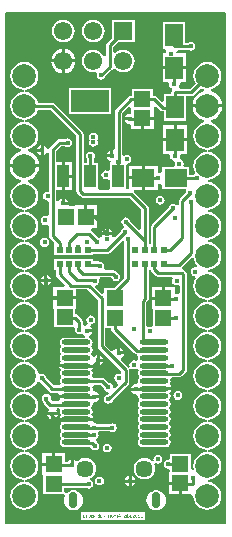
<source format=gbl>
G04*
G04 #@! TF.GenerationSoftware,Altium Limited,Altium Designer,19.1.7 (138)*
G04*
G04 Layer_Physical_Order=6*
G04 Layer_Color=16711680*
%FSLAX44Y44*%
%MOMM*%
G71*
G01*
G75*
%ADD15C,0.2540*%
%ADD16C,0.1524*%
%ADD41C,1.4500*%
G04:AMPARAMS|DCode=42|XSize=0.6mm|YSize=1.3mm|CornerRadius=0.15mm|HoleSize=0mm|Usage=FLASHONLY|Rotation=0.000|XOffset=0mm|YOffset=0mm|HoleType=Round|Shape=RoundedRectangle|*
%AMROUNDEDRECTD42*
21,1,0.6000,1.0000,0,0,0.0*
21,1,0.3000,1.3000,0,0,0.0*
1,1,0.3000,0.1500,-0.5000*
1,1,0.3000,-0.1500,-0.5000*
1,1,0.3000,-0.1500,0.5000*
1,1,0.3000,0.1500,0.5000*
%
%ADD42ROUNDEDRECTD42*%
%ADD43C,2.0000*%
%ADD44R,1.5500X1.5500*%
%ADD45C,1.5500*%
%ADD46C,0.3810*%
%ADD53R,1.3500X1.4500*%
%ADD54R,0.5000X0.5746*%
%ADD55R,0.5000X0.6000*%
%ADD56R,1.4500X1.3500*%
%ADD57R,3.2000X1.8500*%
%ADD58R,1.0000X1.8500*%
%ADD59O,2.4000X0.4500*%
%ADD60R,1.5000X1.9500*%
%ADD61R,1.9500X1.5000*%
G36*
X170180Y25654D02*
Y-406908D01*
X-15240D01*
X-15748Y-406400D01*
Y25908D01*
X-13839D01*
X-12192Y25908D01*
X-12192Y25908D01*
X170075D01*
X170180Y25654D01*
D02*
G37*
%LPC*%
G36*
X58420Y20024D02*
X55933Y19697D01*
X53615Y18737D01*
X51625Y17209D01*
X50097Y15219D01*
X49137Y12901D01*
X48810Y10414D01*
X49137Y7927D01*
X50097Y5609D01*
X51625Y3619D01*
X53615Y2091D01*
X55933Y1131D01*
X58420Y804D01*
X60907Y1131D01*
X63225Y2091D01*
X65215Y3619D01*
X66743Y5609D01*
X67703Y7927D01*
X68030Y10414D01*
X67703Y12901D01*
X66743Y15219D01*
X65215Y17209D01*
X63225Y18737D01*
X60907Y19697D01*
X58420Y20024D01*
D02*
G37*
G36*
X33020D02*
X30533Y19697D01*
X28215Y18737D01*
X26225Y17209D01*
X24697Y15219D01*
X23737Y12901D01*
X23410Y10414D01*
X23737Y7927D01*
X24697Y5609D01*
X26225Y3619D01*
X28215Y2091D01*
X30533Y1131D01*
X33020Y804D01*
X35507Y1131D01*
X37825Y2091D01*
X39815Y3619D01*
X41343Y5609D01*
X42303Y7927D01*
X42630Y10414D01*
X42303Y12901D01*
X41343Y15219D01*
X39815Y17209D01*
X37825Y18737D01*
X35507Y19697D01*
X33020Y20024D01*
D02*
G37*
G36*
X136278Y18166D02*
X117722D01*
Y-4890D01*
X119224D01*
X120174Y-6668D01*
X119765Y-7280D01*
X119508Y-8572D01*
X116960D01*
Y-19592D01*
X127000D01*
X137040D01*
Y-8572D01*
X129416D01*
X128874Y-7964D01*
X128590Y-7179D01*
X129629Y-5648D01*
X138992D01*
X139533Y-6009D01*
X140970Y-6295D01*
X142407Y-6009D01*
X143625Y-5195D01*
X144439Y-3977D01*
X144725Y-2540D01*
X144439Y-1103D01*
X143625Y115D01*
X142407Y929D01*
X140970Y1215D01*
X139533Y929D01*
X138992Y568D01*
X136278D01*
Y18166D01*
D02*
G37*
G36*
X93348Y19942D02*
X74292D01*
Y4773D01*
X69939Y419D01*
X69265Y-589D01*
X69028Y-1778D01*
Y-11053D01*
X67250Y-11406D01*
X66743Y-10181D01*
X65215Y-8191D01*
X63225Y-6663D01*
X60907Y-5703D01*
X58420Y-5376D01*
X55933Y-5703D01*
X53615Y-6663D01*
X51625Y-8191D01*
X50097Y-10181D01*
X49137Y-12499D01*
X48810Y-14986D01*
X49137Y-17473D01*
X50097Y-19791D01*
X51625Y-21781D01*
X53615Y-23309D01*
X55933Y-24269D01*
X58420Y-24596D01*
X60351Y-24342D01*
X61306Y-25452D01*
X61401Y-25591D01*
X61521Y-25911D01*
X61269Y-27178D01*
X61555Y-28615D01*
X62369Y-29833D01*
X63587Y-30647D01*
X65024Y-30933D01*
X66461Y-30647D01*
X67679Y-29833D01*
X68493Y-28615D01*
X68620Y-27977D01*
X74334Y-22264D01*
X74715Y-21692D01*
X76247Y-21400D01*
X76779Y-21461D01*
X77025Y-21781D01*
X79015Y-23309D01*
X81333Y-24269D01*
X83820Y-24596D01*
X86307Y-24269D01*
X88625Y-23309D01*
X90615Y-21781D01*
X92143Y-19791D01*
X93103Y-17473D01*
X93430Y-14986D01*
X93103Y-12499D01*
X92143Y-10181D01*
X90615Y-8191D01*
X88625Y-6663D01*
X86307Y-5703D01*
X83820Y-5376D01*
X81333Y-5703D01*
X79015Y-6663D01*
X77025Y-8191D01*
X77022Y-8194D01*
X75244Y-7591D01*
Y-3065D01*
X79195Y886D01*
X93348D01*
Y19942D01*
D02*
G37*
G36*
X34290Y-4774D02*
Y-13716D01*
X43232D01*
X43045Y-12300D01*
X42008Y-9797D01*
X40359Y-7647D01*
X38209Y-5998D01*
X35706Y-4961D01*
X34290Y-4774D01*
D02*
G37*
G36*
X31750D02*
X30334Y-4961D01*
X27831Y-5998D01*
X25681Y-7647D01*
X24032Y-9797D01*
X22995Y-12300D01*
X22808Y-13716D01*
X31750D01*
Y-4774D01*
D02*
G37*
G36*
X43232Y-16256D02*
X34290D01*
Y-25198D01*
X35706Y-25011D01*
X38209Y-23974D01*
X40359Y-22325D01*
X42008Y-20175D01*
X43045Y-17672D01*
X43232Y-16256D01*
D02*
G37*
G36*
X31750D02*
X22808D01*
X22995Y-17672D01*
X24032Y-20175D01*
X25681Y-22325D01*
X27831Y-23974D01*
X30334Y-25011D01*
X31750Y-25198D01*
Y-16256D01*
D02*
G37*
G36*
X154940Y-15552D02*
X151865Y-15957D01*
X149000Y-17144D01*
X146540Y-19032D01*
X144652Y-21492D01*
X143465Y-24357D01*
X143060Y-27432D01*
X143465Y-30507D01*
X144652Y-33372D01*
X144852Y-33633D01*
X139937Y-38548D01*
X131592D01*
X130692Y-36770D01*
X131187Y-36029D01*
X131532Y-34295D01*
X132470Y-33152D01*
X137040D01*
Y-22132D01*
X127000D01*
X116960D01*
Y-33152D01*
X121530D01*
X122468Y-34295D01*
X122813Y-36029D01*
X123795Y-37500D01*
X124418Y-37916D01*
X124571Y-38180D01*
X124879Y-39998D01*
X124835Y-40170D01*
X124637Y-40467D01*
X124400Y-41656D01*
Y-42540D01*
X118230D01*
Y-49028D01*
X116587Y-49708D01*
X112179Y-45300D01*
X111171Y-44627D01*
X109982Y-44390D01*
X108850D01*
Y-38462D01*
X90794D01*
Y-44390D01*
X90170D01*
X88981Y-44627D01*
X87972Y-45300D01*
X77494Y-55779D01*
X76820Y-56787D01*
X76584Y-57976D01*
Y-89799D01*
X75247Y-90711D01*
Y-95379D01*
X73976D01*
Y-96649D01*
X69697D01*
X69789Y-97113D01*
X70772Y-98583D01*
X72242Y-99566D01*
X72998Y-99716D01*
X72823Y-101494D01*
X72102D01*
Y-106882D01*
X70324Y-107832D01*
X70314Y-107825D01*
X68877Y-107540D01*
X67440Y-107825D01*
X66221Y-108639D01*
X65407Y-109858D01*
X65121Y-111295D01*
X65407Y-112732D01*
X66221Y-113950D01*
X67440Y-114764D01*
X68877Y-115050D01*
X70314Y-114764D01*
X70324Y-114757D01*
X72102Y-115707D01*
X72102Y-123550D01*
X70676Y-124400D01*
X64084D01*
X62658Y-123550D01*
Y-101494D01*
X58988D01*
Y-97503D01*
X59349Y-96962D01*
X59635Y-95525D01*
X59349Y-94088D01*
X58535Y-92870D01*
X57317Y-92056D01*
X55880Y-91770D01*
X54443Y-92056D01*
X53225Y-92870D01*
X52411Y-94088D01*
X52125Y-95525D01*
X52411Y-96962D01*
X52772Y-97503D01*
Y-101494D01*
X50098D01*
Y-76962D01*
X49861Y-75773D01*
X49187Y-74764D01*
X25566Y-51143D01*
X24557Y-50469D01*
X23368Y-50232D01*
X11537D01*
X11475Y-49757D01*
X10288Y-46892D01*
X8400Y-44432D01*
X5940Y-42544D01*
X3075Y-41357D01*
X1166Y-41106D01*
X580Y-41029D01*
Y-39235D01*
X1166Y-39158D01*
X3075Y-38907D01*
X5940Y-37720D01*
X8400Y-35832D01*
X10288Y-33372D01*
X11475Y-30507D01*
X11880Y-27432D01*
X11475Y-24357D01*
X10288Y-21492D01*
X8400Y-19032D01*
X5940Y-17144D01*
X3075Y-15957D01*
X0Y-15552D01*
X-3075Y-15957D01*
X-5940Y-17144D01*
X-8400Y-19032D01*
X-10288Y-21492D01*
X-11475Y-24357D01*
X-11880Y-27432D01*
X-11475Y-30507D01*
X-10288Y-33372D01*
X-8400Y-35832D01*
X-5940Y-37720D01*
X-3075Y-38907D01*
X-1166Y-39158D01*
X-580Y-39235D01*
Y-41029D01*
X-1166Y-41106D01*
X-3075Y-41357D01*
X-5940Y-42544D01*
X-8400Y-44432D01*
X-10288Y-46892D01*
X-11475Y-49757D01*
X-11880Y-52832D01*
X-11475Y-55907D01*
X-10288Y-58772D01*
X-8400Y-61232D01*
X-5940Y-63120D01*
X-3075Y-64307D01*
X-1166Y-64558D01*
X-580Y-64635D01*
Y-66429D01*
X-1166Y-66506D01*
X-3075Y-66757D01*
X-5940Y-67944D01*
X-8400Y-69832D01*
X-10288Y-72292D01*
X-11475Y-75157D01*
X-11880Y-78232D01*
X-11475Y-81307D01*
X-10288Y-84172D01*
X-8400Y-86632D01*
X-5940Y-88520D01*
X-3279Y-89622D01*
X-3126Y-90149D01*
X-3274Y-91415D01*
X-6324Y-92678D01*
X-8944Y-94688D01*
X-10954Y-97308D01*
X-12217Y-100358D01*
X-12481Y-102362D01*
X0D01*
X12481D01*
X12217Y-100358D01*
X10954Y-97308D01*
X8944Y-94688D01*
X6324Y-92678D01*
X3274Y-91415D01*
X3126Y-90149D01*
X3279Y-89622D01*
X5940Y-88520D01*
X8400Y-86632D01*
X10288Y-84172D01*
X11475Y-81307D01*
X11880Y-78232D01*
X11475Y-75157D01*
X10288Y-72292D01*
X8400Y-69832D01*
X5940Y-67944D01*
X3075Y-66757D01*
X1166Y-66506D01*
X580Y-66429D01*
Y-64635D01*
X1166Y-64558D01*
X3075Y-64307D01*
X5940Y-63120D01*
X8400Y-61232D01*
X10288Y-58772D01*
X11251Y-56448D01*
X22081D01*
X43882Y-78249D01*
Y-124968D01*
X44119Y-126157D01*
X44792Y-127165D01*
X47333Y-129705D01*
X48341Y-130379D01*
X49530Y-130616D01*
X88883D01*
X98872Y-140605D01*
Y-157432D01*
X97230Y-158113D01*
X89387Y-150270D01*
X89260Y-149632D01*
X88446Y-148413D01*
X87228Y-147599D01*
X85791Y-147313D01*
X84354Y-147599D01*
X83135Y-148413D01*
X82321Y-149632D01*
X82035Y-151068D01*
X82321Y-152506D01*
X83135Y-153724D01*
X84354Y-154538D01*
X84309Y-156282D01*
X84245Y-156433D01*
X83653Y-156551D01*
X82435Y-157365D01*
X81621Y-158583D01*
X81494Y-159221D01*
X76723Y-163992D01*
X74609Y-163681D01*
X74159Y-162899D01*
X74251Y-162435D01*
X65693D01*
X65785Y-162899D01*
X65164Y-163969D01*
X63171Y-164433D01*
X63159Y-164425D01*
X62521Y-164298D01*
X57189Y-158966D01*
X56312Y-158380D01*
X56297Y-158251D01*
X57386Y-156602D01*
X61350D01*
Y-148082D01*
X52060D01*
Y-146812D01*
X50790D01*
Y-137022D01*
X42770D01*
Y-137784D01*
X38752D01*
X38035Y-136885D01*
X32880D01*
Y-135615D01*
X31610D01*
Y-131336D01*
X31146Y-131428D01*
X29675Y-132410D01*
X28891Y-133584D01*
X27534Y-133447D01*
X27113Y-133289D01*
Y-124312D01*
X31610D01*
Y-112522D01*
Y-100732D01*
X27113D01*
Y-91134D01*
X31007Y-87239D01*
X34598D01*
X35139Y-87601D01*
X36576Y-87887D01*
X38013Y-87601D01*
X39231Y-86787D01*
X40045Y-85568D01*
X40331Y-84131D01*
X40045Y-82694D01*
X39231Y-81476D01*
X38013Y-80662D01*
X36576Y-80376D01*
X35139Y-80662D01*
X34598Y-81024D01*
X29720D01*
X28531Y-81260D01*
X27523Y-81934D01*
X21808Y-87649D01*
X21134Y-88657D01*
X21010Y-89280D01*
X19197D01*
X19126Y-88924D01*
X18144Y-87454D01*
X16674Y-86472D01*
X16209Y-86379D01*
Y-90659D01*
Y-94938D01*
X16674Y-94846D01*
X18144Y-93863D01*
X19126Y-92393D01*
X20897Y-92604D01*
Y-124686D01*
X19558Y-125785D01*
X18121Y-126071D01*
X16903Y-126885D01*
X16089Y-128103D01*
X15803Y-129540D01*
X16089Y-130977D01*
X16903Y-132195D01*
X18121Y-133009D01*
X19558Y-133295D01*
X20897Y-134394D01*
Y-145686D01*
X19119Y-146636D01*
X18963Y-146532D01*
X17526Y-146246D01*
X16089Y-146532D01*
X14871Y-147346D01*
X14057Y-148564D01*
X13771Y-150001D01*
X14057Y-151438D01*
X14871Y-152656D01*
X16089Y-153470D01*
X17526Y-153756D01*
X18963Y-153470D01*
X19119Y-153366D01*
X20897Y-154317D01*
Y-162953D01*
X21134Y-164142D01*
X21808Y-165150D01*
X25026Y-168368D01*
X25442Y-169974D01*
X25442D01*
Y-179530D01*
X49998D01*
Y-179403D01*
X57998D01*
Y-178368D01*
X69850D01*
X71039Y-178131D01*
X72048Y-177458D01*
X82324Y-167181D01*
X82977Y-167223D01*
X84385Y-167635D01*
X84522Y-167840D01*
Y-198357D01*
X75629Y-207250D01*
X67426D01*
Y-211330D01*
X65783Y-212010D01*
X60161Y-206388D01*
X60746Y-204459D01*
X61127Y-204383D01*
X62345Y-203569D01*
X63159Y-202351D01*
X63445Y-200914D01*
X63242Y-199894D01*
X63969Y-198581D01*
X64388Y-198116D01*
X73579D01*
X73874Y-198411D01*
X74001Y-199049D01*
X74815Y-200267D01*
X76033Y-201081D01*
X77470Y-201367D01*
X78907Y-201081D01*
X80125Y-200267D01*
X80939Y-199049D01*
X81225Y-197612D01*
X80939Y-196175D01*
X80125Y-194957D01*
X78907Y-194143D01*
X78269Y-194016D01*
X77064Y-192811D01*
X76056Y-192137D01*
X74866Y-191901D01*
X68324D01*
X67349Y-190159D01*
X67357Y-190123D01*
X67635Y-188722D01*
X67349Y-187285D01*
X66535Y-186067D01*
X65317Y-185253D01*
X64408Y-185072D01*
X64053Y-184835D01*
X62864Y-184598D01*
X57998D01*
Y-182420D01*
X25442D01*
Y-191976D01*
X26612D01*
Y-195580D01*
X26849Y-196769D01*
X27523Y-197778D01*
X34204Y-204459D01*
X33524Y-206102D01*
X24246D01*
Y-214122D01*
X43826D01*
Y-208276D01*
X53259D01*
X62170Y-217187D01*
Y-256540D01*
X62407Y-257729D01*
X63081Y-258738D01*
X81638Y-277295D01*
X81768Y-277812D01*
X81434Y-279488D01*
X80712Y-279899D01*
X79756Y-279709D01*
X78319Y-279995D01*
X77101Y-280809D01*
X76287Y-282027D01*
X76001Y-283464D01*
X76287Y-284901D01*
X77101Y-286119D01*
X78319Y-286933D01*
X78699Y-287009D01*
X79285Y-288938D01*
X76594Y-291629D01*
X76127Y-291569D01*
X74780Y-290929D01*
X74589Y-289971D01*
X73775Y-288753D01*
X72557Y-287939D01*
X71919Y-287812D01*
X68238Y-284131D01*
X67229Y-283457D01*
X66040Y-283220D01*
X58101D01*
X57193Y-281507D01*
X57304Y-281224D01*
X57526Y-280891D01*
X57839Y-279320D01*
X57526Y-277748D01*
X56740Y-276571D01*
X57186Y-276273D01*
X58244Y-274689D01*
X58544Y-273181D01*
X59627Y-272463D01*
X60310Y-272223D01*
X60843Y-272579D01*
X61307Y-272671D01*
Y-268392D01*
Y-264112D01*
X60843Y-264205D01*
X59372Y-265187D01*
X57527Y-264749D01*
X57526Y-264748D01*
X56636Y-263416D01*
Y-262724D01*
X57526Y-261392D01*
X57839Y-259820D01*
X57526Y-258249D01*
X57304Y-257916D01*
X56773Y-256570D01*
X57304Y-255224D01*
X57526Y-254891D01*
X57839Y-253320D01*
X57526Y-251748D01*
X56636Y-250416D01*
X55304Y-249526D01*
X54927Y-249451D01*
Y-247638D01*
X55074Y-247609D01*
X56545Y-246626D01*
X57527Y-245156D01*
X57619Y-244691D01*
X53340D01*
Y-242151D01*
X57619D01*
X57527Y-241687D01*
X56545Y-240217D01*
X55737Y-239677D01*
X56030Y-238400D01*
X56294Y-237911D01*
X57571Y-237657D01*
X58789Y-236843D01*
X59603Y-235625D01*
X59889Y-234188D01*
X59603Y-232751D01*
X58789Y-231533D01*
X57571Y-230719D01*
X56134Y-230433D01*
X54697Y-230719D01*
X53479Y-231533D01*
X52665Y-232751D01*
X52379Y-234188D01*
X52665Y-235625D01*
X53479Y-236843D01*
X54035Y-237215D01*
X53341Y-238890D01*
X53340Y-238889D01*
X51606Y-239234D01*
X51490Y-239312D01*
X49712Y-238361D01*
Y-236220D01*
X49475Y-235031D01*
X48801Y-234023D01*
X44981Y-230202D01*
X43973Y-229529D01*
X43064Y-229348D01*
Y-224682D01*
X43826D01*
Y-216662D01*
X24246D01*
Y-224682D01*
X25008D01*
Y-240420D01*
X41600D01*
X41643Y-240440D01*
X42921Y-242198D01*
X42849Y-242560D01*
X43135Y-243997D01*
X43949Y-245215D01*
X45167Y-246029D01*
X46604Y-246315D01*
X48041Y-246029D01*
X48168Y-245944D01*
X49912Y-246291D01*
X50135Y-246626D01*
X51346Y-247435D01*
X51288Y-248526D01*
X51050Y-249213D01*
X34232D01*
X32661Y-249526D01*
X31328Y-250416D01*
X30438Y-251748D01*
X30125Y-253320D01*
X30438Y-254891D01*
X30660Y-255224D01*
X31191Y-256570D01*
X30660Y-257916D01*
X30438Y-258249D01*
X30125Y-259820D01*
X30438Y-261392D01*
X31328Y-262724D01*
Y-263416D01*
X30438Y-264748D01*
X30125Y-266320D01*
X30438Y-267892D01*
X31224Y-269069D01*
X30779Y-269366D01*
X29720Y-270951D01*
X29601Y-271550D01*
X43982D01*
Y-274090D01*
X29601D01*
X29720Y-274689D01*
X30779Y-276273D01*
X31224Y-276571D01*
X30438Y-277748D01*
X30125Y-279320D01*
X30438Y-280891D01*
X30660Y-281224D01*
X31191Y-282570D01*
X30660Y-283916D01*
X30438Y-284249D01*
X30125Y-285820D01*
X30438Y-287392D01*
X30806Y-287942D01*
X29862Y-289720D01*
X24875D01*
X18074Y-282919D01*
X17947Y-282281D01*
X17133Y-281063D01*
X15915Y-280249D01*
X14478Y-279963D01*
X13505Y-280156D01*
X11591Y-279242D01*
X11475Y-278357D01*
X10288Y-275492D01*
X8400Y-273032D01*
X5940Y-271144D01*
X3075Y-269957D01*
X1166Y-269706D01*
X580Y-269629D01*
Y-267835D01*
X1166Y-267758D01*
X3075Y-267507D01*
X5940Y-266320D01*
X8400Y-264432D01*
X10288Y-261972D01*
X11475Y-259107D01*
X11880Y-256032D01*
X11475Y-252957D01*
X10288Y-250092D01*
X8400Y-247632D01*
X5940Y-245744D01*
X3075Y-244557D01*
X1166Y-244306D01*
X580Y-244229D01*
Y-242435D01*
X1166Y-242358D01*
X3075Y-242107D01*
X5940Y-240920D01*
X8400Y-239032D01*
X10288Y-236572D01*
X11475Y-233707D01*
X11880Y-230632D01*
X11475Y-227557D01*
X10288Y-224692D01*
X8400Y-222232D01*
X5940Y-220344D01*
X3075Y-219157D01*
X1166Y-218906D01*
X580Y-218829D01*
Y-217035D01*
X1166Y-216958D01*
X3075Y-216707D01*
X5940Y-215520D01*
X8400Y-213632D01*
X10288Y-211172D01*
X11475Y-208307D01*
X11880Y-205232D01*
X11475Y-202157D01*
X10288Y-199292D01*
X8400Y-196832D01*
X5940Y-194944D01*
X3075Y-193757D01*
X1166Y-193506D01*
X580Y-193429D01*
Y-191635D01*
X1166Y-191558D01*
X3075Y-191307D01*
X5940Y-190120D01*
X8400Y-188232D01*
X10288Y-185772D01*
X11475Y-182907D01*
X11880Y-179832D01*
X11475Y-176757D01*
X10288Y-173892D01*
X8400Y-171432D01*
X5940Y-169544D01*
X3075Y-168357D01*
X1166Y-168106D01*
X580Y-168029D01*
Y-166235D01*
X1166Y-166158D01*
X3075Y-165907D01*
X5940Y-164720D01*
X8400Y-162832D01*
X10288Y-160372D01*
X11475Y-157507D01*
X11880Y-154432D01*
X11475Y-151357D01*
X10288Y-148492D01*
X8400Y-146032D01*
X5940Y-144144D01*
X3075Y-142957D01*
X1166Y-142706D01*
X580Y-142629D01*
Y-140835D01*
X1166Y-140758D01*
X3075Y-140507D01*
X5940Y-139320D01*
X8400Y-137432D01*
X10288Y-134972D01*
X11475Y-132107D01*
X11880Y-129032D01*
X11475Y-125957D01*
X10288Y-123092D01*
X8400Y-120632D01*
X5940Y-118744D01*
X3279Y-117642D01*
X3126Y-117115D01*
X3274Y-115849D01*
X6324Y-114586D01*
X8944Y-112576D01*
X10954Y-109956D01*
X12217Y-106906D01*
X12481Y-104902D01*
X0D01*
X-12481D01*
X-12217Y-106906D01*
X-10954Y-109956D01*
X-8944Y-112576D01*
X-6324Y-114586D01*
X-3274Y-115849D01*
X-3126Y-117115D01*
X-3279Y-117642D01*
X-5940Y-118744D01*
X-8400Y-120632D01*
X-10288Y-123092D01*
X-11475Y-125957D01*
X-11880Y-129032D01*
X-11475Y-132107D01*
X-10288Y-134972D01*
X-8400Y-137432D01*
X-5940Y-139320D01*
X-3075Y-140507D01*
X-1166Y-140758D01*
X-580Y-140835D01*
Y-142629D01*
X-1166Y-142706D01*
X-3075Y-142957D01*
X-5940Y-144144D01*
X-8400Y-146032D01*
X-10288Y-148492D01*
X-11475Y-151357D01*
X-11880Y-154432D01*
X-11475Y-157507D01*
X-10288Y-160372D01*
X-8400Y-162832D01*
X-5940Y-164720D01*
X-3075Y-165907D01*
X-1166Y-166158D01*
X-580Y-166235D01*
Y-168029D01*
X-1166Y-168106D01*
X-3075Y-168357D01*
X-5940Y-169544D01*
X-8400Y-171432D01*
X-10288Y-173892D01*
X-11475Y-176757D01*
X-11880Y-179832D01*
X-11475Y-182907D01*
X-10288Y-185772D01*
X-8400Y-188232D01*
X-5940Y-190120D01*
X-3075Y-191307D01*
X-1166Y-191558D01*
X-580Y-191635D01*
Y-193429D01*
X-1166Y-193506D01*
X-3075Y-193757D01*
X-5940Y-194944D01*
X-8400Y-196832D01*
X-10288Y-199292D01*
X-11475Y-202157D01*
X-11880Y-205232D01*
X-11475Y-208307D01*
X-10288Y-211172D01*
X-8400Y-213632D01*
X-5940Y-215520D01*
X-3075Y-216707D01*
X-1166Y-216958D01*
X-580Y-217035D01*
Y-218829D01*
X-1166Y-218906D01*
X-3075Y-219157D01*
X-5940Y-220344D01*
X-8400Y-222232D01*
X-10288Y-224692D01*
X-11475Y-227557D01*
X-11880Y-230632D01*
X-11475Y-233707D01*
X-10288Y-236572D01*
X-8400Y-239032D01*
X-5940Y-240920D01*
X-3075Y-242107D01*
X-1166Y-242358D01*
X-580Y-242435D01*
Y-244229D01*
X-1166Y-244306D01*
X-3075Y-244557D01*
X-5940Y-245744D01*
X-8400Y-247632D01*
X-10288Y-250092D01*
X-11475Y-252957D01*
X-11880Y-256032D01*
X-11475Y-259107D01*
X-10288Y-261972D01*
X-8400Y-264432D01*
X-5940Y-266320D01*
X-3075Y-267507D01*
X-1166Y-267758D01*
X-580Y-267835D01*
Y-269629D01*
X-1166Y-269706D01*
X-3075Y-269957D01*
X-5940Y-271144D01*
X-8400Y-273032D01*
X-10288Y-275492D01*
X-11475Y-278357D01*
X-11880Y-281432D01*
X-11475Y-284507D01*
X-10288Y-287372D01*
X-8400Y-289832D01*
X-5940Y-291720D01*
X-3075Y-292907D01*
X-1166Y-293158D01*
X-580Y-293235D01*
Y-295029D01*
X-1166Y-295106D01*
X-3075Y-295357D01*
X-5940Y-296544D01*
X-8400Y-298432D01*
X-10288Y-300892D01*
X-11475Y-303757D01*
X-11880Y-306832D01*
X-11475Y-309907D01*
X-10288Y-312772D01*
X-8400Y-315232D01*
X-5940Y-317120D01*
X-3075Y-318307D01*
X-1166Y-318558D01*
X-580Y-318635D01*
Y-320429D01*
X-1166Y-320506D01*
X-3075Y-320757D01*
X-5940Y-321944D01*
X-8400Y-323832D01*
X-10288Y-326292D01*
X-11475Y-329157D01*
X-11880Y-332232D01*
X-11475Y-335307D01*
X-10288Y-338172D01*
X-8400Y-340632D01*
X-5940Y-342520D01*
X-3075Y-343707D01*
X-1166Y-343958D01*
X-580Y-344035D01*
Y-345829D01*
X-1166Y-345906D01*
X-3075Y-346157D01*
X-5940Y-347344D01*
X-8400Y-349232D01*
X-10288Y-351692D01*
X-11475Y-354557D01*
X-11880Y-357632D01*
X-11475Y-360707D01*
X-10288Y-363572D01*
X-8400Y-366032D01*
X-5940Y-367920D01*
X-3075Y-369107D01*
X-1166Y-369358D01*
X-580Y-369435D01*
Y-371229D01*
X-1166Y-371306D01*
X-3075Y-371557D01*
X-5940Y-372744D01*
X-8400Y-374632D01*
X-10288Y-377092D01*
X-11475Y-379957D01*
X-11880Y-383032D01*
X-11475Y-386107D01*
X-10288Y-388972D01*
X-8400Y-391432D01*
X-5940Y-393320D01*
X-3075Y-394507D01*
X0Y-394912D01*
X3075Y-394507D01*
X5940Y-393320D01*
X8400Y-391432D01*
X10288Y-388972D01*
X11475Y-386107D01*
X11880Y-383032D01*
X11475Y-379957D01*
X10288Y-377092D01*
X8400Y-374632D01*
X5940Y-372744D01*
X3075Y-371557D01*
X1166Y-371306D01*
X580Y-371229D01*
Y-369435D01*
X1166Y-369358D01*
X3075Y-369107D01*
X5940Y-367920D01*
X8400Y-366032D01*
X10288Y-363572D01*
X11475Y-360707D01*
X11880Y-357632D01*
X11475Y-354557D01*
X10288Y-351692D01*
X8400Y-349232D01*
X5940Y-347344D01*
X3075Y-346157D01*
X1166Y-345906D01*
X580Y-345829D01*
Y-344035D01*
X1166Y-343958D01*
X3075Y-343707D01*
X5940Y-342520D01*
X8400Y-340632D01*
X10288Y-338172D01*
X11475Y-335307D01*
X11880Y-332232D01*
X11475Y-329157D01*
X10288Y-326292D01*
X8400Y-323832D01*
X5940Y-321944D01*
X3075Y-320757D01*
X1166Y-320506D01*
X580Y-320429D01*
Y-318635D01*
X1166Y-318558D01*
X3075Y-318307D01*
X5940Y-317120D01*
X8400Y-315232D01*
X10288Y-312772D01*
X11475Y-309907D01*
X11880Y-306832D01*
X11475Y-303757D01*
X10288Y-300892D01*
X8400Y-298432D01*
X5940Y-296544D01*
X3075Y-295357D01*
X1166Y-295106D01*
X580Y-295029D01*
Y-293235D01*
X1166Y-293158D01*
X3075Y-292907D01*
X5940Y-291720D01*
X8400Y-289832D01*
X10288Y-287372D01*
X10375Y-287163D01*
X12452Y-286794D01*
X13041Y-287187D01*
X13679Y-287314D01*
X21391Y-295025D01*
X22399Y-295699D01*
X23588Y-295936D01*
X28423D01*
X29463Y-297550D01*
X43982D01*
Y-300090D01*
X29601D01*
X29720Y-300689D01*
X29890Y-300942D01*
X28939Y-302721D01*
X23646D01*
X22317Y-301175D01*
X22402Y-300748D01*
X22116Y-299311D01*
X21302Y-298093D01*
X20084Y-297279D01*
X18647Y-296993D01*
X17210Y-297279D01*
X15991Y-298093D01*
X15177Y-299311D01*
X14892Y-300748D01*
X15177Y-302185D01*
X15539Y-302726D01*
Y-302885D01*
X15776Y-304074D01*
X16449Y-305082D01*
X19392Y-308026D01*
X20241Y-308593D01*
X20455Y-309471D01*
X20530Y-310538D01*
X20522Y-310543D01*
X19540Y-312014D01*
X19447Y-312478D01*
X28006D01*
X27914Y-312014D01*
X27045Y-310714D01*
X27242Y-309916D01*
X27692Y-309004D01*
X29369Y-308988D01*
X30345Y-310714D01*
X30125Y-311820D01*
X30438Y-313392D01*
X31224Y-314569D01*
X30779Y-314867D01*
X29720Y-316451D01*
X29601Y-317050D01*
X43982D01*
X58363D01*
X58244Y-316451D01*
X57186Y-314867D01*
X56740Y-314569D01*
X57526Y-313392D01*
X57839Y-311820D01*
X57526Y-310248D01*
X56636Y-308916D01*
Y-308224D01*
X57526Y-306892D01*
X57839Y-305320D01*
X59062Y-303966D01*
X59354Y-303821D01*
X60892Y-303515D01*
X62362Y-302533D01*
X63345Y-301062D01*
X63437Y-300598D01*
X59158D01*
Y-298058D01*
X63437D01*
X63345Y-297593D01*
X62362Y-296123D01*
X60892Y-295141D01*
X59158Y-294796D01*
X59016Y-294824D01*
X58665Y-294604D01*
X57647Y-293283D01*
X57839Y-292320D01*
X57619Y-291214D01*
X58625Y-289436D01*
X64753D01*
X67524Y-292207D01*
X67651Y-292845D01*
X68465Y-294063D01*
X69683Y-294877D01*
X70641Y-295068D01*
X71281Y-296415D01*
X71341Y-296882D01*
X70321Y-297902D01*
X69683Y-298029D01*
X68465Y-298843D01*
X67651Y-300061D01*
X67365Y-301498D01*
X67651Y-302935D01*
X68465Y-304153D01*
X69683Y-304967D01*
X71120Y-305253D01*
X72557Y-304967D01*
X73775Y-304153D01*
X74589Y-302935D01*
X74716Y-302297D01*
X87795Y-289217D01*
X88469Y-288209D01*
X88706Y-287020D01*
Y-276860D01*
X88506Y-275856D01*
X89894Y-274846D01*
X90054Y-274896D01*
X90055Y-274896D01*
X90299Y-275059D01*
X91273Y-275710D01*
X92710Y-275996D01*
X94147Y-275710D01*
X94571Y-275427D01*
X95921Y-275749D01*
X96551Y-276142D01*
X96859Y-277118D01*
X96438Y-277748D01*
X96125Y-279320D01*
X96438Y-280891D01*
X96660Y-281224D01*
X97191Y-282570D01*
X96660Y-283916D01*
X96438Y-284249D01*
X96125Y-285820D01*
X96317Y-286783D01*
X95300Y-288104D01*
X94948Y-288324D01*
X94806Y-288296D01*
X93072Y-288641D01*
X91602Y-289623D01*
X90619Y-291094D01*
X90527Y-291558D01*
X94806D01*
Y-294098D01*
X90527D01*
X90619Y-294562D01*
X91602Y-296033D01*
X93072Y-297015D01*
X94610Y-297321D01*
X94902Y-297466D01*
X96125Y-298820D01*
X96438Y-300392D01*
X96660Y-300724D01*
X97191Y-302070D01*
X96660Y-303416D01*
X96438Y-303748D01*
X96125Y-305320D01*
X96438Y-306892D01*
X97328Y-308224D01*
Y-308916D01*
X96438Y-310248D01*
X96125Y-311820D01*
X96438Y-313392D01*
X97328Y-314724D01*
Y-315416D01*
X96438Y-316748D01*
X96125Y-318320D01*
X96438Y-319892D01*
X97328Y-321224D01*
Y-321916D01*
X96438Y-323248D01*
X96125Y-324820D01*
X96438Y-326391D01*
X96660Y-326724D01*
X97191Y-328070D01*
X96660Y-329416D01*
X96438Y-329748D01*
X96125Y-331320D01*
X96438Y-332892D01*
X97328Y-334224D01*
Y-334916D01*
X96438Y-336248D01*
X96125Y-337820D01*
X96438Y-339392D01*
X97328Y-340724D01*
X98660Y-341614D01*
X100232Y-341927D01*
X119732D01*
X121304Y-341614D01*
X122636Y-340724D01*
X123526Y-339392D01*
X123839Y-337820D01*
X123526Y-336248D01*
X122636Y-334916D01*
Y-334224D01*
X123526Y-332892D01*
X123839Y-331320D01*
X123526Y-329748D01*
X123304Y-329416D01*
X122773Y-328070D01*
X123304Y-326724D01*
X123526Y-326391D01*
X123839Y-324820D01*
X123526Y-323248D01*
X122636Y-321916D01*
Y-321224D01*
X123526Y-319892D01*
X123839Y-318320D01*
X123526Y-316748D01*
X122636Y-315416D01*
Y-314724D01*
X123526Y-313392D01*
X123839Y-311820D01*
X123526Y-310248D01*
X122636Y-308916D01*
Y-308224D01*
X123526Y-306892D01*
X123839Y-305320D01*
X123526Y-303748D01*
X123304Y-303416D01*
X122773Y-302070D01*
X123304Y-300724D01*
X123526Y-300392D01*
X123839Y-298820D01*
X123526Y-297248D01*
X122740Y-296071D01*
X123185Y-295773D01*
X124244Y-294189D01*
X124363Y-293590D01*
X109982D01*
Y-291050D01*
X124363D01*
X124244Y-290451D01*
X123185Y-288867D01*
X122740Y-288569D01*
X123526Y-287392D01*
X123839Y-285820D01*
X123619Y-284713D01*
X124625Y-282936D01*
X130890D01*
X132079Y-282699D01*
X133088Y-282025D01*
X136691Y-278423D01*
X137364Y-277414D01*
X137601Y-276225D01*
Y-195453D01*
X137364Y-194264D01*
X136691Y-193256D01*
X135801Y-192367D01*
X134793Y-191693D01*
X133820Y-191499D01*
X133417Y-190709D01*
X133233Y-189678D01*
X141641Y-181270D01*
X143325Y-181841D01*
X143465Y-182907D01*
X144652Y-185772D01*
X146540Y-188232D01*
X146563Y-188250D01*
X145601Y-189753D01*
X144526Y-189539D01*
X143089Y-189825D01*
X141871Y-190639D01*
X141057Y-191857D01*
X140771Y-193294D01*
X141057Y-194731D01*
X141871Y-195949D01*
X143089Y-196763D01*
X144184Y-196981D01*
X144832Y-198020D01*
X145064Y-198755D01*
X144652Y-199292D01*
X143465Y-202157D01*
X143060Y-205232D01*
X143465Y-208307D01*
X144652Y-211172D01*
X146540Y-213632D01*
X149000Y-215520D01*
X151865Y-216707D01*
X153774Y-216958D01*
X154360Y-217035D01*
Y-218829D01*
X153774Y-218906D01*
X151865Y-219157D01*
X149000Y-220344D01*
X146540Y-222232D01*
X144652Y-224692D01*
X143465Y-227557D01*
X143060Y-230632D01*
X143465Y-233707D01*
X144652Y-236572D01*
X146540Y-239032D01*
X149000Y-240920D01*
X151865Y-242107D01*
X153774Y-242358D01*
X154360Y-242435D01*
Y-244229D01*
X153774Y-244306D01*
X151865Y-244557D01*
X149000Y-245744D01*
X146540Y-247632D01*
X144652Y-250092D01*
X143465Y-252957D01*
X143060Y-256032D01*
X143465Y-259107D01*
X144652Y-261972D01*
X146540Y-264432D01*
X149000Y-266320D01*
X151865Y-267507D01*
X153774Y-267758D01*
X154360Y-267835D01*
Y-269629D01*
X153774Y-269706D01*
X151865Y-269957D01*
X149000Y-271144D01*
X146540Y-273032D01*
X144652Y-275492D01*
X143465Y-278357D01*
X143060Y-281432D01*
X143465Y-284507D01*
X144652Y-287372D01*
X146540Y-289832D01*
X149000Y-291720D01*
X151865Y-292907D01*
X153774Y-293158D01*
X154360Y-293235D01*
Y-295029D01*
X153774Y-295106D01*
X151865Y-295357D01*
X149000Y-296544D01*
X146540Y-298432D01*
X144652Y-300892D01*
X143465Y-303757D01*
X143060Y-306832D01*
X143465Y-309907D01*
X144652Y-312772D01*
X146540Y-315232D01*
X149000Y-317120D01*
X151865Y-318307D01*
X153774Y-318558D01*
X154360Y-318635D01*
Y-320429D01*
X153774Y-320506D01*
X151865Y-320757D01*
X149000Y-321944D01*
X146540Y-323832D01*
X144652Y-326292D01*
X143465Y-329157D01*
X143060Y-332232D01*
X143465Y-335307D01*
X144652Y-338172D01*
X146540Y-340632D01*
X149000Y-342520D01*
X151865Y-343707D01*
X153774Y-343958D01*
X154360Y-344035D01*
Y-345829D01*
X153774Y-345906D01*
X151865Y-346157D01*
X149000Y-347344D01*
X146540Y-349232D01*
X144652Y-351692D01*
X143465Y-354557D01*
X143060Y-357632D01*
X143394Y-360169D01*
X142600Y-361536D01*
X142493Y-361639D01*
X141108Y-360334D01*
Y-347326D01*
X123052D01*
Y-351481D01*
X121678Y-352609D01*
X121666Y-352607D01*
X120229Y-352893D01*
X119011Y-353707D01*
X118197Y-354925D01*
X117911Y-356362D01*
X118197Y-357799D01*
X119011Y-359017D01*
X120229Y-359831D01*
X121666Y-360117D01*
X121678Y-360115D01*
X123052Y-361243D01*
Y-363064D01*
X122290D01*
Y-371084D01*
X132080D01*
Y-372354D01*
X133350D01*
Y-381644D01*
X141450D01*
X143075Y-382923D01*
X143060Y-383032D01*
X143465Y-386107D01*
X144652Y-388972D01*
X146540Y-391432D01*
X149000Y-393320D01*
X151865Y-394507D01*
X154940Y-394912D01*
X158015Y-394507D01*
X160880Y-393320D01*
X163340Y-391432D01*
X165228Y-388972D01*
X166415Y-386107D01*
X166820Y-383032D01*
X166415Y-379957D01*
X165228Y-377092D01*
X163340Y-374632D01*
X160880Y-372744D01*
X158015Y-371557D01*
X156106Y-371306D01*
X155520Y-371229D01*
Y-369435D01*
X156106Y-369358D01*
X158015Y-369107D01*
X160880Y-367920D01*
X163340Y-366032D01*
X165228Y-363572D01*
X166415Y-360707D01*
X166820Y-357632D01*
X166415Y-354557D01*
X165228Y-351692D01*
X163340Y-349232D01*
X160880Y-347344D01*
X158015Y-346157D01*
X156106Y-345906D01*
X155520Y-345829D01*
Y-344035D01*
X156106Y-343958D01*
X158015Y-343707D01*
X160880Y-342520D01*
X163340Y-340632D01*
X165228Y-338172D01*
X166415Y-335307D01*
X166820Y-332232D01*
X166415Y-329157D01*
X165228Y-326292D01*
X163340Y-323832D01*
X160880Y-321944D01*
X158015Y-320757D01*
X156106Y-320506D01*
X155520Y-320429D01*
Y-318635D01*
X156106Y-318558D01*
X158015Y-318307D01*
X160880Y-317120D01*
X163340Y-315232D01*
X165228Y-312772D01*
X166415Y-309907D01*
X166820Y-306832D01*
X166415Y-303757D01*
X165228Y-300892D01*
X163340Y-298432D01*
X160880Y-296544D01*
X158015Y-295357D01*
X156106Y-295106D01*
X155520Y-295029D01*
Y-293235D01*
X156106Y-293158D01*
X158015Y-292907D01*
X160880Y-291720D01*
X163340Y-289832D01*
X165228Y-287372D01*
X166415Y-284507D01*
X166820Y-281432D01*
X166415Y-278357D01*
X165228Y-275492D01*
X163340Y-273032D01*
X160880Y-271144D01*
X158015Y-269957D01*
X156106Y-269706D01*
X155520Y-269629D01*
Y-267835D01*
X156106Y-267758D01*
X158015Y-267507D01*
X160880Y-266320D01*
X163340Y-264432D01*
X165228Y-261972D01*
X166415Y-259107D01*
X166820Y-256032D01*
X166415Y-252957D01*
X165228Y-250092D01*
X163340Y-247632D01*
X160880Y-245744D01*
X158015Y-244557D01*
X156106Y-244306D01*
X155520Y-244229D01*
Y-242435D01*
X156106Y-242358D01*
X158015Y-242107D01*
X160880Y-240920D01*
X163340Y-239032D01*
X165228Y-236572D01*
X166415Y-233707D01*
X166820Y-230632D01*
X166415Y-227557D01*
X165228Y-224692D01*
X163340Y-222232D01*
X160880Y-220344D01*
X158015Y-219157D01*
X156106Y-218906D01*
X155520Y-218829D01*
Y-217035D01*
X156106Y-216958D01*
X158015Y-216707D01*
X160880Y-215520D01*
X163340Y-213632D01*
X165228Y-211172D01*
X166415Y-208307D01*
X166820Y-205232D01*
X166415Y-202157D01*
X165228Y-199292D01*
X163340Y-196832D01*
X160880Y-194944D01*
X158015Y-193757D01*
X156106Y-193506D01*
X155520Y-193429D01*
Y-191635D01*
X156106Y-191558D01*
X158015Y-191307D01*
X160880Y-190120D01*
X163340Y-188232D01*
X165228Y-185772D01*
X166415Y-182907D01*
X166820Y-179832D01*
X166415Y-176757D01*
X165228Y-173892D01*
X163340Y-171432D01*
X160880Y-169544D01*
X158015Y-168357D01*
X156106Y-168106D01*
X155520Y-168029D01*
Y-166235D01*
X156106Y-166158D01*
X158015Y-165907D01*
X160880Y-164720D01*
X163340Y-162832D01*
X165228Y-160372D01*
X166415Y-157507D01*
X166820Y-154432D01*
X166415Y-151357D01*
X165228Y-148492D01*
X163340Y-146032D01*
X160880Y-144144D01*
X158015Y-142957D01*
X156106Y-142706D01*
X155520Y-142629D01*
Y-140835D01*
X156106Y-140758D01*
X158015Y-140507D01*
X160880Y-139320D01*
X163340Y-137432D01*
X165228Y-134972D01*
X166415Y-132107D01*
X166820Y-129032D01*
X166415Y-125957D01*
X165228Y-123092D01*
X163340Y-120632D01*
X160880Y-118744D01*
X158015Y-117557D01*
X156106Y-117306D01*
X155520Y-117229D01*
Y-115435D01*
X156106Y-115358D01*
X158015Y-115107D01*
X160880Y-113920D01*
X163340Y-112032D01*
X165228Y-109572D01*
X166415Y-106707D01*
X166820Y-103632D01*
X166415Y-100557D01*
X165228Y-97692D01*
X163340Y-95232D01*
X160880Y-93344D01*
X158015Y-92157D01*
X156106Y-91906D01*
X155520Y-91829D01*
Y-90035D01*
X156106Y-89958D01*
X158015Y-89707D01*
X160880Y-88520D01*
X163340Y-86632D01*
X165228Y-84172D01*
X166415Y-81307D01*
X166820Y-78232D01*
X166415Y-75157D01*
X165228Y-72292D01*
X163340Y-69832D01*
X160880Y-67944D01*
X158219Y-66842D01*
X158066Y-66315D01*
X158214Y-65049D01*
X161264Y-63786D01*
X163884Y-61776D01*
X165894Y-59156D01*
X167157Y-56106D01*
X167421Y-54102D01*
X154940D01*
X142459D01*
X142723Y-56106D01*
X143986Y-59156D01*
X145996Y-61776D01*
X148616Y-63786D01*
X151666Y-65049D01*
X151814Y-66315D01*
X151661Y-66842D01*
X149000Y-67944D01*
X146540Y-69832D01*
X144652Y-72292D01*
X143465Y-75157D01*
X143060Y-78232D01*
X143465Y-81307D01*
X144652Y-84172D01*
X146540Y-86632D01*
X149000Y-88520D01*
X151865Y-89707D01*
X153774Y-89958D01*
X154360Y-90035D01*
Y-91829D01*
X153774Y-91906D01*
X151865Y-92157D01*
X149000Y-93344D01*
X146540Y-95232D01*
X144652Y-97692D01*
X143465Y-100557D01*
X143060Y-103632D01*
X143465Y-106707D01*
X144437Y-109054D01*
X144510Y-109769D01*
X143342Y-111192D01*
X139578D01*
Y-104514D01*
X135855D01*
X135496Y-104182D01*
X134644Y-102736D01*
X134819Y-101854D01*
X134533Y-100417D01*
X133719Y-99199D01*
X132501Y-98385D01*
X131695Y-96735D01*
X132040Y-95001D01*
X132978Y-93858D01*
X137548D01*
Y-82838D01*
X127508D01*
X117468D01*
Y-93858D01*
X122038D01*
X122976Y-95001D01*
X123321Y-96735D01*
X124303Y-98206D01*
X125774Y-99188D01*
X126218Y-99277D01*
X126456Y-99474D01*
X127434Y-101223D01*
X127309Y-101854D01*
X127484Y-102736D01*
X126632Y-104182D01*
X126273Y-104514D01*
X116522D01*
Y-109014D01*
X114744Y-110020D01*
X113475Y-109768D01*
X112840Y-109247D01*
Y-103752D01*
X101820D01*
Y-113792D01*
Y-123832D01*
X112840D01*
Y-119353D01*
X113475Y-118832D01*
X114744Y-118580D01*
X116522Y-119586D01*
Y-123070D01*
X136429D01*
X136566Y-123226D01*
X137216Y-124848D01*
X136739Y-125563D01*
X136612Y-126201D01*
X131406Y-131406D01*
X130733Y-132415D01*
X130496Y-133604D01*
Y-136624D01*
X128718Y-137163D01*
X128639Y-137045D01*
X127421Y-136231D01*
X125984Y-135945D01*
X124547Y-136231D01*
X123329Y-137045D01*
X122515Y-138263D01*
X122388Y-138901D01*
X107782Y-153507D01*
X107109Y-154515D01*
X106872Y-155704D01*
Y-169974D01*
X105088D01*
Y-167258D01*
Y-139318D01*
X104851Y-138129D01*
X104178Y-137121D01*
X92667Y-125610D01*
X92944Y-124448D01*
X93355Y-123832D01*
X99280D01*
Y-115062D01*
X88260D01*
X88260Y-123236D01*
X87143Y-123786D01*
X85658Y-122831D01*
Y-103046D01*
X86868Y-102053D01*
X88305Y-101767D01*
X89523Y-100953D01*
X90337Y-99735D01*
X90623Y-98298D01*
X90337Y-96861D01*
X89523Y-95643D01*
X88305Y-94829D01*
X86868Y-94543D01*
X85431Y-94829D01*
X84577Y-95399D01*
X83282Y-94964D01*
X82799Y-94612D01*
Y-59264D01*
X88530Y-53533D01*
X90032Y-54545D01*
Y-58945D01*
X89397Y-59466D01*
X87662Y-59811D01*
X86192Y-60793D01*
X85210Y-62263D01*
X85117Y-62728D01*
X89397D01*
Y-65268D01*
X85117D01*
X85210Y-65732D01*
X86192Y-67203D01*
X87662Y-68185D01*
X89397Y-68530D01*
X90032Y-69051D01*
Y-72780D01*
X98552D01*
Y-63490D01*
X99822D01*
Y-62220D01*
X109612D01*
Y-54200D01*
X109612D01*
X109646Y-54071D01*
X111623Y-53534D01*
X114862Y-56773D01*
X115871Y-57447D01*
X117060Y-57684D01*
X118230D01*
Y-65596D01*
X136786D01*
Y-44764D01*
X141224D01*
X142413Y-44527D01*
X143421Y-43854D01*
X149392Y-37882D01*
X151661Y-38822D01*
X151814Y-39349D01*
X151666Y-40615D01*
X148616Y-41878D01*
X145996Y-43888D01*
X143986Y-46508D01*
X142723Y-49558D01*
X142459Y-51562D01*
X154940D01*
X167421D01*
X167157Y-49558D01*
X165894Y-46508D01*
X163884Y-43888D01*
X161264Y-41878D01*
X158214Y-40615D01*
X158066Y-39349D01*
X158219Y-38822D01*
X160880Y-37720D01*
X163340Y-35832D01*
X165228Y-33372D01*
X166415Y-30507D01*
X166820Y-27432D01*
X166415Y-24357D01*
X165228Y-21492D01*
X163340Y-19032D01*
X160880Y-17144D01*
X158015Y-15957D01*
X154940Y-15552D01*
D02*
G37*
G36*
X73658Y-37994D02*
X38102D01*
Y-60050D01*
X73658D01*
Y-37994D01*
D02*
G37*
G36*
X109612Y-64760D02*
X101092D01*
Y-72780D01*
X109612D01*
Y-64760D01*
D02*
G37*
G36*
X137548Y-69278D02*
X128778D01*
Y-80298D01*
X137548D01*
Y-69278D01*
D02*
G37*
G36*
X126238D02*
X117468D01*
Y-80298D01*
X126238D01*
Y-69278D01*
D02*
G37*
G36*
X58420Y-76001D02*
X56983Y-76287D01*
X55765Y-77101D01*
X54951Y-78319D01*
X54665Y-79756D01*
X54951Y-81193D01*
X55348Y-81788D01*
X54951Y-82383D01*
X54665Y-83820D01*
X54951Y-85257D01*
X55765Y-86475D01*
X56983Y-87289D01*
X58420Y-87575D01*
X59857Y-87289D01*
X61075Y-86475D01*
X61889Y-85257D01*
X62175Y-83820D01*
X61889Y-82383D01*
X61492Y-81788D01*
X61889Y-81193D01*
X62175Y-79756D01*
X61889Y-78319D01*
X61075Y-77101D01*
X59857Y-76287D01*
X58420Y-76001D01*
D02*
G37*
G36*
X13669Y-86379D02*
X13205Y-86472D01*
X11735Y-87454D01*
X10752Y-88924D01*
X10660Y-89389D01*
X13669D01*
Y-86379D01*
D02*
G37*
G36*
X72706Y-91099D02*
X72242Y-91191D01*
X70772Y-92174D01*
X69789Y-93644D01*
X69697Y-94108D01*
X72706D01*
Y-91099D01*
D02*
G37*
G36*
X13669Y-91929D02*
X10660D01*
X10752Y-92393D01*
X11735Y-93863D01*
X13205Y-94846D01*
X13669Y-94938D01*
Y-91929D01*
D02*
G37*
G36*
X40420Y-100732D02*
X34150D01*
Y-111252D01*
X40420D01*
Y-100732D01*
D02*
G37*
G36*
X99280Y-103752D02*
X88260D01*
Y-112522D01*
X99280D01*
Y-103752D01*
D02*
G37*
G36*
X40420Y-113792D02*
X34150D01*
Y-124312D01*
X40420D01*
Y-113792D01*
D02*
G37*
G36*
X34150Y-131336D02*
Y-134345D01*
X37159D01*
X37067Y-133881D01*
X36084Y-132410D01*
X34614Y-131428D01*
X34150Y-131336D01*
D02*
G37*
G36*
X115062Y-129087D02*
X113625Y-129373D01*
X112407Y-130187D01*
X111593Y-131405D01*
X111307Y-132842D01*
X111593Y-134279D01*
X112407Y-135497D01*
X113625Y-136311D01*
X115062Y-136597D01*
X116499Y-136311D01*
X117717Y-135497D01*
X118531Y-134279D01*
X118817Y-132842D01*
X118531Y-131405D01*
X117717Y-130187D01*
X116499Y-129373D01*
X115062Y-129087D01*
D02*
G37*
G36*
X61350Y-137022D02*
X53330D01*
Y-145542D01*
X61350D01*
Y-137022D01*
D02*
G37*
G36*
X71242Y-156885D02*
Y-159895D01*
X74251D01*
X74159Y-159430D01*
X73177Y-157960D01*
X71706Y-156977D01*
X71242Y-156885D01*
D02*
G37*
G36*
X68702D02*
X68238Y-156977D01*
X66767Y-157960D01*
X65785Y-159430D01*
X65693Y-159895D01*
X68702D01*
Y-156885D01*
D02*
G37*
G36*
X17018Y-164868D02*
X15581Y-165154D01*
X14363Y-165968D01*
X13549Y-167187D01*
X13263Y-168624D01*
X13549Y-170061D01*
X14363Y-171279D01*
X15581Y-172093D01*
X17018Y-172379D01*
X18455Y-172093D01*
X19673Y-171279D01*
X20487Y-170061D01*
X20773Y-168624D01*
X20487Y-167187D01*
X19673Y-165968D01*
X18455Y-165154D01*
X17018Y-164868D01*
D02*
G37*
G36*
X19166Y-196381D02*
Y-199390D01*
X22175D01*
X22083Y-198926D01*
X21100Y-197455D01*
X19630Y-196473D01*
X19166Y-196381D01*
D02*
G37*
G36*
X16626D02*
X16162Y-196473D01*
X14691Y-197455D01*
X13709Y-198926D01*
X13616Y-199390D01*
X16626D01*
Y-196381D01*
D02*
G37*
G36*
X22175Y-201930D02*
X19166D01*
Y-204939D01*
X19630Y-204847D01*
X21100Y-203865D01*
X22083Y-202394D01*
X22175Y-201930D01*
D02*
G37*
G36*
X16626D02*
X13616D01*
X13709Y-202394D01*
X14691Y-203865D01*
X16162Y-204847D01*
X16626Y-204939D01*
Y-201930D01*
D02*
G37*
G36*
X63847Y-264112D02*
Y-267122D01*
X66856D01*
X66764Y-266657D01*
X65782Y-265187D01*
X64311Y-264205D01*
X63847Y-264112D01*
D02*
G37*
G36*
X66856Y-269662D02*
X63847D01*
Y-272671D01*
X64311Y-272579D01*
X65782Y-271596D01*
X66764Y-270126D01*
X66856Y-269662D01*
D02*
G37*
G36*
X129794Y-294441D02*
X128357Y-294727D01*
X127139Y-295541D01*
X126325Y-296759D01*
X126039Y-298196D01*
X126325Y-299633D01*
X127139Y-300851D01*
X128357Y-301665D01*
X129794Y-301951D01*
X131231Y-301665D01*
X132449Y-300851D01*
X133263Y-299633D01*
X133549Y-298196D01*
X133263Y-296759D01*
X132449Y-295541D01*
X131231Y-294727D01*
X129794Y-294441D01*
D02*
G37*
G36*
X28006Y-315018D02*
X24997D01*
Y-318027D01*
X25461Y-317935D01*
X26931Y-316953D01*
X27914Y-315482D01*
X28006Y-315018D01*
D02*
G37*
G36*
X22457D02*
X19447D01*
X19540Y-315482D01*
X20522Y-316953D01*
X21992Y-317935D01*
X22457Y-318027D01*
Y-315018D01*
D02*
G37*
G36*
X58363Y-319590D02*
X43982D01*
X29601D01*
X29720Y-320189D01*
X30779Y-321773D01*
X31224Y-322071D01*
X30438Y-323248D01*
X30125Y-324820D01*
X30438Y-326391D01*
X30660Y-326724D01*
X31191Y-328070D01*
X30660Y-329416D01*
X30438Y-329748D01*
X30125Y-331320D01*
X30438Y-332892D01*
X31328Y-334224D01*
Y-334916D01*
X30438Y-336248D01*
X30125Y-337820D01*
X30438Y-339392D01*
X31328Y-340724D01*
X32661Y-341614D01*
X34232Y-341927D01*
X53732D01*
X55304Y-341614D01*
X56593Y-342863D01*
X57035Y-343523D01*
X58253Y-344337D01*
X59690Y-344623D01*
X61127Y-344337D01*
X62345Y-343523D01*
X63159Y-342305D01*
X63445Y-340868D01*
X63159Y-339431D01*
X62345Y-338213D01*
X61127Y-337399D01*
X60724Y-335550D01*
X60865Y-335133D01*
X61837Y-334483D01*
X62651Y-333265D01*
X62937Y-331828D01*
X62651Y-330391D01*
X62533Y-330214D01*
X63483Y-328436D01*
X72421D01*
X73031Y-328843D01*
X74468Y-329129D01*
X75905Y-328843D01*
X77123Y-328029D01*
X77937Y-326811D01*
X78223Y-325374D01*
X77937Y-323937D01*
X77123Y-322719D01*
X75905Y-321905D01*
X74468Y-321619D01*
X73031Y-321905D01*
X72559Y-322220D01*
X61160D01*
X60619Y-321858D01*
X59426Y-321621D01*
X58791Y-320852D01*
X58295Y-319936D01*
X58363Y-319590D01*
D02*
G37*
G36*
X70000Y-338891D02*
X68563Y-339177D01*
X67345Y-339991D01*
X66531Y-341209D01*
X66245Y-342646D01*
X66531Y-344083D01*
X67345Y-345301D01*
X68563Y-346115D01*
X70000Y-346401D01*
X71437Y-346115D01*
X72655Y-345301D01*
X73469Y-344083D01*
X73755Y-342646D01*
X73469Y-341209D01*
X72655Y-339991D01*
X71437Y-339177D01*
X70000Y-338891D01*
D02*
G37*
G36*
X113030Y-348453D02*
X111593Y-348739D01*
X110375Y-349553D01*
X109561Y-350772D01*
X109275Y-352209D01*
X109368Y-352674D01*
X108444Y-353359D01*
X107734Y-353576D01*
X106053Y-352286D01*
X103857Y-351376D01*
X101500Y-351066D01*
X99143Y-351376D01*
X96947Y-352286D01*
X95061Y-353733D01*
X93614Y-355619D01*
X92704Y-357815D01*
X92394Y-360172D01*
X92704Y-362529D01*
X93614Y-364725D01*
X95061Y-366611D01*
X96947Y-368058D01*
X99143Y-368968D01*
X101500Y-369278D01*
X103857Y-368968D01*
X106053Y-368058D01*
X107939Y-366611D01*
X109386Y-364725D01*
X110295Y-362529D01*
X110606Y-360172D01*
X110295Y-357815D01*
X109800Y-356618D01*
X111236Y-355439D01*
X111593Y-355678D01*
X113030Y-355964D01*
X114467Y-355678D01*
X115685Y-354864D01*
X116499Y-353646D01*
X116785Y-352209D01*
X116499Y-350772D01*
X115685Y-349553D01*
X114467Y-348739D01*
X113030Y-348453D01*
D02*
G37*
G36*
X23622Y-347072D02*
X15102D01*
Y-355092D01*
X23622D01*
Y-347072D01*
D02*
G37*
G36*
X90770Y-366326D02*
Y-369335D01*
X93779D01*
X93687Y-368871D01*
X92705Y-367401D01*
X91234Y-366418D01*
X90770Y-366326D01*
D02*
G37*
G36*
X88230D02*
X87766Y-366418D01*
X86295Y-367401D01*
X85313Y-368871D01*
X85220Y-369335D01*
X88230D01*
Y-366326D01*
D02*
G37*
G36*
X63500Y-366831D02*
X62063Y-367117D01*
X60845Y-367931D01*
X60031Y-369149D01*
X59745Y-370586D01*
X60031Y-372023D01*
X60845Y-373241D01*
X62063Y-374055D01*
X63500Y-374341D01*
X64937Y-374055D01*
X66155Y-373241D01*
X66969Y-372023D01*
X67255Y-370586D01*
X66969Y-369149D01*
X66155Y-367931D01*
X64937Y-367117D01*
X63500Y-366831D01*
D02*
G37*
G36*
X93779Y-371875D02*
X90770D01*
Y-374885D01*
X91234Y-374792D01*
X92705Y-373810D01*
X93687Y-372340D01*
X93779Y-371875D01*
D02*
G37*
G36*
X88230D02*
X85220D01*
X85313Y-372340D01*
X86295Y-373810D01*
X87766Y-374792D01*
X88230Y-374885D01*
Y-371875D01*
D02*
G37*
G36*
X34682Y-347072D02*
X26162D01*
Y-356362D01*
X24892D01*
Y-357632D01*
X15102D01*
Y-365652D01*
X15864D01*
Y-381390D01*
X32634Y-381390D01*
X33008Y-381390D01*
X33452Y-381839D01*
X34091Y-383097D01*
X33435Y-384681D01*
X33151Y-386842D01*
X33435Y-389003D01*
X34269Y-391017D01*
X35596Y-392746D01*
X37325Y-394073D01*
X37634Y-394201D01*
X37637Y-394205D01*
X38721Y-394930D01*
X40000Y-395184D01*
X41445D01*
X41500Y-395191D01*
X41555Y-395184D01*
X43000D01*
X44279Y-394930D01*
X45363Y-394205D01*
X45367Y-394201D01*
X45675Y-394073D01*
X47404Y-392746D01*
X48731Y-391017D01*
X49565Y-389003D01*
X49850Y-386842D01*
X49565Y-384681D01*
X48731Y-382667D01*
X47404Y-380938D01*
X45675Y-379611D01*
X45367Y-379483D01*
X45363Y-379479D01*
X44279Y-378754D01*
X43000Y-378500D01*
X41555D01*
X41500Y-378493D01*
X41445Y-378500D01*
X40000D01*
X38721Y-378754D01*
X37637Y-379479D01*
X37634Y-379483D01*
X37325Y-379611D01*
X35698Y-380860D01*
X35240Y-380782D01*
X33920Y-380202D01*
X33920Y-379992D01*
X33920Y-379992D01*
X33920Y-379990D01*
Y-376478D01*
X52378D01*
X52919Y-376839D01*
X54356Y-377125D01*
X55793Y-376839D01*
X57011Y-376025D01*
X57825Y-374807D01*
X58111Y-373370D01*
X57825Y-371933D01*
X57011Y-370714D01*
X55968Y-370018D01*
X55844Y-369191D01*
X55920Y-368113D01*
X56053Y-368058D01*
X57939Y-366611D01*
X59386Y-364725D01*
X60296Y-362529D01*
X60606Y-360172D01*
X60296Y-357815D01*
X59386Y-355619D01*
X57939Y-353733D01*
X56053Y-352286D01*
X53857Y-351376D01*
X51500Y-351066D01*
X49143Y-351376D01*
X46947Y-352286D01*
X45540Y-353366D01*
X43602Y-353665D01*
X42132Y-352683D01*
X41667Y-352591D01*
Y-356870D01*
X39127D01*
Y-352591D01*
X38663Y-352683D01*
X37192Y-353665D01*
X36460Y-354762D01*
X34682Y-354398D01*
Y-347072D01*
D02*
G37*
G36*
X130810Y-373624D02*
X122290D01*
Y-381644D01*
X130810D01*
Y-373624D01*
D02*
G37*
G36*
X111500Y-378493D02*
X111445Y-378500D01*
X110000D01*
X108721Y-378754D01*
X107637Y-379479D01*
X107633Y-379483D01*
X107325Y-379611D01*
X105596Y-380938D01*
X104269Y-382667D01*
X103435Y-384681D01*
X103151Y-386842D01*
X103435Y-389003D01*
X104269Y-391017D01*
X105596Y-392746D01*
X107325Y-394073D01*
X107633Y-394201D01*
X107637Y-394205D01*
X108721Y-394930D01*
X110000Y-395184D01*
X111445D01*
X111500Y-395191D01*
X111555Y-395184D01*
X113000D01*
X114279Y-394930D01*
X115363Y-394205D01*
X115366Y-394201D01*
X115675Y-394073D01*
X117404Y-392746D01*
X118731Y-391017D01*
X119565Y-389003D01*
X119849Y-386842D01*
X119565Y-384681D01*
X118731Y-382667D01*
X117404Y-380938D01*
X115675Y-379611D01*
X115366Y-379483D01*
X115363Y-379479D01*
X114279Y-378754D01*
X113000Y-378500D01*
X111555D01*
X111500Y-378493D01*
D02*
G37*
G36*
X102099Y-396720D02*
X47932D01*
Y-403405D01*
X102099D01*
Y-396720D01*
D02*
G37*
%LPD*%
G36*
X107109Y-192703D02*
X107782Y-193711D01*
X110833Y-196761D01*
X111841Y-197435D01*
X113030Y-197672D01*
X124546D01*
X125497Y-199450D01*
X125309Y-199731D01*
X125023Y-201168D01*
X125309Y-202605D01*
X126123Y-203823D01*
X127341Y-204637D01*
X128778Y-204923D01*
X129607Y-204758D01*
X131385Y-205831D01*
Y-211168D01*
X129858Y-212158D01*
X129607Y-212190D01*
X128027Y-211876D01*
X127392Y-211355D01*
Y-206610D01*
X118872D01*
Y-215900D01*
X117602D01*
Y-217170D01*
X107812D01*
Y-225190D01*
X108574D01*
Y-239047D01*
X108245Y-239403D01*
X106796Y-240259D01*
X105918Y-240085D01*
X104962Y-240275D01*
X103580Y-239488D01*
X103184Y-239099D01*
Y-219599D01*
X104178Y-218605D01*
X104851Y-217597D01*
X105088Y-216408D01*
Y-191976D01*
X106964D01*
X107109Y-192703D01*
D02*
G37*
G36*
X73346Y-241532D02*
X73583Y-242721D01*
X74257Y-243730D01*
X93053Y-262526D01*
X94061Y-263199D01*
X95250Y-263436D01*
X95339D01*
X96345Y-265214D01*
X96125Y-266320D01*
X96438Y-267892D01*
X96504Y-267991D01*
X96393Y-268166D01*
X94147Y-268771D01*
X92710Y-268486D01*
X91273Y-268771D01*
X90055Y-269585D01*
X89241Y-270804D01*
X88955Y-272241D01*
X89150Y-273223D01*
X89241Y-273678D01*
X87795Y-274662D01*
X87434Y-274301D01*
X81260Y-268127D01*
X81359Y-267329D01*
X81745Y-266098D01*
X82961Y-265285D01*
X83943Y-263815D01*
X84035Y-263351D01*
X79756D01*
Y-262081D01*
X78486D01*
Y-257801D01*
X78022Y-257894D01*
X76551Y-258876D01*
X75739Y-260092D01*
X74507Y-260478D01*
X73710Y-260577D01*
X68386Y-255253D01*
Y-240806D01*
X73346D01*
Y-241532D01*
D02*
G37*
%LPC*%
G36*
X116332Y-206610D02*
X107812D01*
Y-214630D01*
X116332D01*
Y-206610D01*
D02*
G37*
G36*
X81026Y-257801D02*
Y-260811D01*
X84035D01*
X83943Y-260346D01*
X82961Y-258876D01*
X81490Y-257894D01*
X81026Y-257801D01*
D02*
G37*
%LPD*%
G36*
X66935Y-398929D02*
X66557D01*
Y-398498D01*
X66935D01*
Y-398929D01*
D02*
G37*
G36*
X64783D02*
X64405D01*
Y-398498D01*
X64783D01*
Y-398929D01*
D02*
G37*
G36*
X61676D02*
X61298D01*
Y-398498D01*
X61676D01*
Y-398929D01*
D02*
G37*
G36*
X54026Y-401574D02*
X53649D01*
Y-400356D01*
X53644Y-400263D01*
X53640Y-400183D01*
X53631Y-400112D01*
X53618Y-400054D01*
X53604Y-400009D01*
X53595Y-399974D01*
X53591Y-399956D01*
X53586Y-399947D01*
X53560Y-399894D01*
X53529Y-399845D01*
X53493Y-399805D01*
X53457Y-399769D01*
X53426Y-399743D01*
X53400Y-399725D01*
X53382Y-399711D01*
X53377Y-399707D01*
X53320Y-399676D01*
X53266Y-399654D01*
X53213Y-399640D01*
X53169Y-399627D01*
X53124Y-399623D01*
X53093Y-399618D01*
X53066D01*
X52986Y-399623D01*
X52915Y-399640D01*
X52857Y-399658D01*
X52808Y-399685D01*
X52769Y-399707D01*
X52742Y-399729D01*
X52724Y-399747D01*
X52720Y-399752D01*
X52680Y-399805D01*
X52649Y-399872D01*
X52626Y-399938D01*
X52608Y-400005D01*
X52600Y-400067D01*
X52595Y-400116D01*
Y-400134D01*
Y-400147D01*
Y-400156D01*
Y-400160D01*
Y-401574D01*
X52217D01*
Y-400165D01*
X52222Y-400049D01*
X52231Y-399947D01*
X52244Y-399863D01*
X52257Y-399792D01*
X52271Y-399734D01*
X52284Y-399694D01*
X52293Y-399672D01*
X52297Y-399663D01*
X52333Y-399600D01*
X52373Y-399547D01*
X52417Y-399503D01*
X52457Y-399463D01*
X52497Y-399431D01*
X52529Y-399409D01*
X52551Y-399396D01*
X52560Y-399392D01*
X52631Y-399360D01*
X52702Y-399334D01*
X52773Y-399316D01*
X52840Y-399307D01*
X52897Y-399298D01*
X52946Y-399294D01*
X52986D01*
X53057Y-399298D01*
X53128Y-399307D01*
X53195Y-399320D01*
X53257Y-399343D01*
X53373Y-399392D01*
X53422Y-399418D01*
X53466Y-399445D01*
X53506Y-399476D01*
X53546Y-399503D01*
X53577Y-399529D01*
X53600Y-399552D01*
X53622Y-399574D01*
X53635Y-399587D01*
X53644Y-399596D01*
X53649Y-399600D01*
Y-398498D01*
X54026D01*
Y-401574D01*
D02*
G37*
G36*
X77954Y-399298D02*
X78029Y-399311D01*
X78096Y-399325D01*
X78154Y-399343D01*
X78203Y-399365D01*
X78238Y-399378D01*
X78261Y-399392D01*
X78270Y-399396D01*
X78332Y-399436D01*
X78385Y-399480D01*
X78434Y-399525D01*
X78474Y-399569D01*
X78505Y-399605D01*
X78532Y-399636D01*
X78545Y-399654D01*
X78549Y-399663D01*
Y-399343D01*
X78887D01*
Y-401574D01*
X78509D01*
Y-400418D01*
X78505Y-400312D01*
X78501Y-400218D01*
X78492Y-400138D01*
X78478Y-400072D01*
X78465Y-400023D01*
X78456Y-399987D01*
X78452Y-399965D01*
X78447Y-399956D01*
X78421Y-399898D01*
X78390Y-399849D01*
X78358Y-399805D01*
X78327Y-399769D01*
X78296Y-399743D01*
X78274Y-399725D01*
X78256Y-399711D01*
X78252Y-399707D01*
X78198Y-399680D01*
X78149Y-399658D01*
X78096Y-399645D01*
X78052Y-399632D01*
X78016Y-399627D01*
X77985Y-399623D01*
X77958D01*
X77883Y-399627D01*
X77821Y-399640D01*
X77767Y-399663D01*
X77727Y-399685D01*
X77696Y-399711D01*
X77674Y-399729D01*
X77660Y-399747D01*
X77656Y-399752D01*
X77625Y-399805D01*
X77603Y-399863D01*
X77585Y-399925D01*
X77576Y-399987D01*
X77567Y-400041D01*
X77563Y-400089D01*
Y-400107D01*
Y-400116D01*
Y-400125D01*
Y-400129D01*
Y-401574D01*
X77185D01*
Y-400280D01*
X77176Y-400160D01*
X77158Y-400058D01*
X77136Y-399974D01*
X77105Y-399903D01*
X77078Y-399849D01*
X77052Y-399814D01*
X77034Y-399792D01*
X77029Y-399783D01*
X76967Y-399729D01*
X76900Y-399689D01*
X76834Y-399663D01*
X76771Y-399640D01*
X76718Y-399632D01*
X76674Y-399627D01*
X76656Y-399623D01*
X76634D01*
X76585Y-399627D01*
X76545Y-399632D01*
X76505Y-399640D01*
X76474Y-399654D01*
X76443Y-399667D01*
X76425Y-399676D01*
X76411Y-399680D01*
X76407Y-399685D01*
X76371Y-399711D01*
X76345Y-399738D01*
X76323Y-399765D01*
X76305Y-399792D01*
X76291Y-399814D01*
X76283Y-399832D01*
X76274Y-399845D01*
Y-399849D01*
X76260Y-399889D01*
X76251Y-399943D01*
X76247Y-399996D01*
X76242Y-400049D01*
X76238Y-400098D01*
Y-400138D01*
Y-400165D01*
Y-400169D01*
Y-400174D01*
Y-401574D01*
X75860D01*
Y-400045D01*
Y-399974D01*
X75869Y-399912D01*
X75878Y-399849D01*
X75887Y-399796D01*
X75900Y-399743D01*
X75918Y-399698D01*
X75931Y-399658D01*
X75949Y-399618D01*
X75967Y-399587D01*
X75980Y-399556D01*
X76011Y-399516D01*
X76029Y-399489D01*
X76038Y-399480D01*
X76109Y-399418D01*
X76194Y-399374D01*
X76278Y-399338D01*
X76358Y-399316D01*
X76434Y-399303D01*
X76465Y-399298D01*
X76496D01*
X76518Y-399294D01*
X76549D01*
X76629Y-399298D01*
X76700Y-399311D01*
X76771Y-399329D01*
X76838Y-399356D01*
X76900Y-399387D01*
X76958Y-399418D01*
X77007Y-399454D01*
X77056Y-399489D01*
X77100Y-399529D01*
X77136Y-399565D01*
X77167Y-399596D01*
X77194Y-399627D01*
X77216Y-399654D01*
X77229Y-399672D01*
X77238Y-399685D01*
X77243Y-399689D01*
X77269Y-399623D01*
X77305Y-399565D01*
X77345Y-399516D01*
X77380Y-399476D01*
X77416Y-399440D01*
X77443Y-399418D01*
X77460Y-399405D01*
X77469Y-399400D01*
X77532Y-399365D01*
X77598Y-399338D01*
X77665Y-399320D01*
X77732Y-399307D01*
X77785Y-399298D01*
X77834Y-399294D01*
X77874D01*
X77954Y-399298D01*
D02*
G37*
G36*
X90480D02*
X90573Y-399307D01*
X90662Y-399320D01*
X90733Y-399334D01*
X90795Y-399347D01*
X90840Y-399360D01*
X90858Y-399365D01*
X90871Y-399369D01*
X90876Y-399374D01*
X90880D01*
X90955Y-399405D01*
X91022Y-399445D01*
X91080Y-399480D01*
X91129Y-399516D01*
X91164Y-399552D01*
X91191Y-399578D01*
X91209Y-399596D01*
X91213Y-399600D01*
X91253Y-399658D01*
X91289Y-399720D01*
X91315Y-399783D01*
X91338Y-399841D01*
X91355Y-399898D01*
X91369Y-399938D01*
X91373Y-399956D01*
Y-399969D01*
X91378Y-399974D01*
Y-399978D01*
X91009Y-400027D01*
X90982Y-399947D01*
X90955Y-399876D01*
X90924Y-399818D01*
X90898Y-399774D01*
X90871Y-399738D01*
X90849Y-399716D01*
X90831Y-399703D01*
X90827Y-399698D01*
X90773Y-399667D01*
X90711Y-399645D01*
X90644Y-399627D01*
X90582Y-399618D01*
X90520Y-399609D01*
X90475Y-399605D01*
X90431D01*
X90329Y-399609D01*
X90240Y-399623D01*
X90169Y-399645D01*
X90106Y-399667D01*
X90062Y-399694D01*
X90027Y-399711D01*
X90004Y-399729D01*
X90000Y-399734D01*
X89964Y-399774D01*
X89938Y-399823D01*
X89915Y-399876D01*
X89902Y-399929D01*
X89893Y-399978D01*
X89889Y-400023D01*
Y-400049D01*
Y-400054D01*
Y-400058D01*
Y-400067D01*
Y-400085D01*
Y-400116D01*
X89893Y-400143D01*
Y-400152D01*
Y-400156D01*
X89938Y-400169D01*
X89986Y-400183D01*
X90089Y-400209D01*
X90204Y-400232D01*
X90311Y-400254D01*
X90364Y-400263D01*
X90413Y-400267D01*
X90458Y-400276D01*
X90493Y-400280D01*
X90524Y-400285D01*
X90547D01*
X90564Y-400289D01*
X90569D01*
X90649Y-400298D01*
X90716Y-400312D01*
X90773Y-400321D01*
X90818Y-400329D01*
X90853Y-400334D01*
X90880Y-400343D01*
X90898Y-400347D01*
X90902D01*
X90960Y-400365D01*
X91009Y-400383D01*
X91058Y-400405D01*
X91098Y-400423D01*
X91133Y-400440D01*
X91156Y-400458D01*
X91173Y-400467D01*
X91178Y-400472D01*
X91222Y-400503D01*
X91258Y-400538D01*
X91293Y-400574D01*
X91320Y-400609D01*
X91342Y-400640D01*
X91360Y-400667D01*
X91369Y-400685D01*
X91373Y-400689D01*
X91396Y-400738D01*
X91413Y-400792D01*
X91427Y-400841D01*
X91436Y-400890D01*
X91440Y-400929D01*
X91444Y-400961D01*
Y-400978D01*
Y-400987D01*
X91440Y-401041D01*
X91436Y-401085D01*
X91413Y-401178D01*
X91382Y-401254D01*
X91347Y-401321D01*
X91311Y-401374D01*
X91280Y-401414D01*
X91258Y-401436D01*
X91249Y-401445D01*
X91169Y-401503D01*
X91080Y-401547D01*
X90982Y-401578D01*
X90893Y-401601D01*
X90813Y-401614D01*
X90778Y-401618D01*
X90747D01*
X90720Y-401623D01*
X90684D01*
X90604Y-401618D01*
X90524Y-401610D01*
X90453Y-401601D01*
X90391Y-401587D01*
X90342Y-401574D01*
X90302Y-401561D01*
X90275Y-401556D01*
X90267Y-401552D01*
X90191Y-401521D01*
X90120Y-401481D01*
X90053Y-401436D01*
X89986Y-401396D01*
X89933Y-401356D01*
X89893Y-401325D01*
X89867Y-401303D01*
X89862Y-401294D01*
X89858D01*
X89849Y-401352D01*
X89840Y-401405D01*
X89831Y-401454D01*
X89818Y-401494D01*
X89804Y-401530D01*
X89795Y-401552D01*
X89791Y-401570D01*
X89787Y-401574D01*
X89391D01*
X89413Y-401525D01*
X89435Y-401476D01*
X89453Y-401432D01*
X89462Y-401392D01*
X89475Y-401356D01*
X89480Y-401329D01*
X89484Y-401312D01*
Y-401307D01*
X89489Y-401276D01*
X89493Y-401236D01*
Y-401192D01*
X89497Y-401143D01*
X89502Y-401032D01*
Y-400921D01*
X89506Y-400814D01*
Y-400765D01*
Y-400725D01*
Y-400689D01*
Y-400663D01*
Y-400645D01*
Y-400640D01*
Y-400134D01*
Y-400049D01*
X89511Y-399974D01*
X89515Y-399916D01*
Y-399867D01*
X89520Y-399832D01*
X89524Y-399805D01*
X89529Y-399792D01*
Y-399787D01*
X89542Y-399729D01*
X89560Y-399680D01*
X89578Y-399640D01*
X89600Y-399600D01*
X89618Y-399574D01*
X89631Y-399552D01*
X89640Y-399538D01*
X89644Y-399534D01*
X89680Y-399498D01*
X89720Y-399463D01*
X89764Y-399436D01*
X89809Y-399409D01*
X89849Y-399392D01*
X89880Y-399378D01*
X89902Y-399369D01*
X89911Y-399365D01*
X89982Y-399343D01*
X90058Y-399325D01*
X90133Y-399311D01*
X90209Y-399303D01*
X90275Y-399298D01*
X90324Y-399294D01*
X90373D01*
X90480Y-399298D01*
D02*
G37*
G36*
X85697D02*
X85790Y-399307D01*
X85879Y-399320D01*
X85950Y-399334D01*
X86013Y-399347D01*
X86057Y-399360D01*
X86075Y-399365D01*
X86088Y-399369D01*
X86093Y-399374D01*
X86097D01*
X86173Y-399405D01*
X86239Y-399445D01*
X86297Y-399480D01*
X86346Y-399516D01*
X86382Y-399552D01*
X86408Y-399578D01*
X86426Y-399596D01*
X86431Y-399600D01*
X86470Y-399658D01*
X86506Y-399720D01*
X86533Y-399783D01*
X86555Y-399841D01*
X86573Y-399898D01*
X86586Y-399938D01*
X86590Y-399956D01*
Y-399969D01*
X86595Y-399974D01*
Y-399978D01*
X86226Y-400027D01*
X86199Y-399947D01*
X86173Y-399876D01*
X86142Y-399818D01*
X86115Y-399774D01*
X86088Y-399738D01*
X86066Y-399716D01*
X86048Y-399703D01*
X86044Y-399698D01*
X85990Y-399667D01*
X85928Y-399645D01*
X85862Y-399627D01*
X85799Y-399618D01*
X85737Y-399609D01*
X85693Y-399605D01*
X85648D01*
X85546Y-399609D01*
X85457Y-399623D01*
X85386Y-399645D01*
X85324Y-399667D01*
X85279Y-399694D01*
X85244Y-399711D01*
X85221Y-399729D01*
X85217Y-399734D01*
X85181Y-399774D01*
X85155Y-399823D01*
X85133Y-399876D01*
X85119Y-399929D01*
X85110Y-399978D01*
X85106Y-400023D01*
Y-400049D01*
Y-400054D01*
Y-400058D01*
Y-400067D01*
Y-400085D01*
Y-400116D01*
X85110Y-400143D01*
Y-400152D01*
Y-400156D01*
X85155Y-400169D01*
X85204Y-400183D01*
X85306Y-400209D01*
X85421Y-400232D01*
X85528Y-400254D01*
X85582Y-400263D01*
X85630Y-400267D01*
X85675Y-400276D01*
X85710Y-400280D01*
X85742Y-400285D01*
X85764D01*
X85781Y-400289D01*
X85786D01*
X85866Y-400298D01*
X85933Y-400312D01*
X85990Y-400321D01*
X86035Y-400329D01*
X86070Y-400334D01*
X86097Y-400343D01*
X86115Y-400347D01*
X86119D01*
X86177Y-400365D01*
X86226Y-400383D01*
X86275Y-400405D01*
X86315Y-400423D01*
X86350Y-400440D01*
X86373Y-400458D01*
X86390Y-400467D01*
X86395Y-400472D01*
X86439Y-400503D01*
X86475Y-400538D01*
X86510Y-400574D01*
X86537Y-400609D01*
X86559Y-400640D01*
X86577Y-400667D01*
X86586Y-400685D01*
X86590Y-400689D01*
X86613Y-400738D01*
X86630Y-400792D01*
X86644Y-400841D01*
X86653Y-400890D01*
X86657Y-400929D01*
X86662Y-400961D01*
Y-400978D01*
Y-400987D01*
X86657Y-401041D01*
X86653Y-401085D01*
X86630Y-401178D01*
X86599Y-401254D01*
X86564Y-401321D01*
X86528Y-401374D01*
X86497Y-401414D01*
X86475Y-401436D01*
X86466Y-401445D01*
X86386Y-401503D01*
X86297Y-401547D01*
X86199Y-401578D01*
X86110Y-401601D01*
X86030Y-401614D01*
X85995Y-401618D01*
X85964D01*
X85937Y-401623D01*
X85901D01*
X85822Y-401618D01*
X85742Y-401610D01*
X85670Y-401601D01*
X85608Y-401587D01*
X85559Y-401574D01*
X85519Y-401561D01*
X85493Y-401556D01*
X85484Y-401552D01*
X85408Y-401521D01*
X85337Y-401481D01*
X85270Y-401436D01*
X85204Y-401396D01*
X85150Y-401356D01*
X85110Y-401325D01*
X85084Y-401303D01*
X85079Y-401294D01*
X85075D01*
X85066Y-401352D01*
X85057Y-401405D01*
X85048Y-401454D01*
X85035Y-401494D01*
X85021Y-401530D01*
X85013Y-401552D01*
X85008Y-401570D01*
X85004Y-401574D01*
X84608D01*
X84630Y-401525D01*
X84653Y-401476D01*
X84670Y-401432D01*
X84679Y-401392D01*
X84692Y-401356D01*
X84697Y-401329D01*
X84701Y-401312D01*
Y-401307D01*
X84706Y-401276D01*
X84710Y-401236D01*
Y-401192D01*
X84715Y-401143D01*
X84719Y-401032D01*
Y-400921D01*
X84724Y-400814D01*
Y-400765D01*
Y-400725D01*
Y-400689D01*
Y-400663D01*
Y-400645D01*
Y-400640D01*
Y-400134D01*
Y-400049D01*
X84728Y-399974D01*
X84733Y-399916D01*
Y-399867D01*
X84737Y-399832D01*
X84741Y-399805D01*
X84746Y-399792D01*
Y-399787D01*
X84759Y-399729D01*
X84777Y-399680D01*
X84795Y-399640D01*
X84817Y-399600D01*
X84835Y-399574D01*
X84848Y-399552D01*
X84857Y-399538D01*
X84861Y-399534D01*
X84897Y-399498D01*
X84937Y-399463D01*
X84981Y-399436D01*
X85026Y-399409D01*
X85066Y-399392D01*
X85097Y-399378D01*
X85119Y-399369D01*
X85128Y-399365D01*
X85199Y-399343D01*
X85275Y-399325D01*
X85350Y-399311D01*
X85426Y-399303D01*
X85493Y-399298D01*
X85541Y-399294D01*
X85590D01*
X85697Y-399298D01*
D02*
G37*
G36*
X57734D02*
X57827Y-399307D01*
X57916Y-399320D01*
X57987Y-399334D01*
X58049Y-399347D01*
X58094Y-399360D01*
X58111Y-399365D01*
X58125Y-399369D01*
X58129Y-399374D01*
X58134D01*
X58209Y-399405D01*
X58276Y-399445D01*
X58334Y-399480D01*
X58383Y-399516D01*
X58418Y-399552D01*
X58445Y-399578D01*
X58463Y-399596D01*
X58467Y-399600D01*
X58507Y-399658D01*
X58543Y-399720D01*
X58569Y-399783D01*
X58591Y-399841D01*
X58609Y-399898D01*
X58623Y-399938D01*
X58627Y-399956D01*
Y-399969D01*
X58632Y-399974D01*
Y-399978D01*
X58263Y-400027D01*
X58236Y-399947D01*
X58209Y-399876D01*
X58178Y-399818D01*
X58151Y-399774D01*
X58125Y-399738D01*
X58102Y-399716D01*
X58085Y-399703D01*
X58080Y-399698D01*
X58027Y-399667D01*
X57965Y-399645D01*
X57898Y-399627D01*
X57836Y-399618D01*
X57774Y-399609D01*
X57729Y-399605D01*
X57685D01*
X57582Y-399609D01*
X57494Y-399623D01*
X57422Y-399645D01*
X57360Y-399667D01*
X57316Y-399694D01*
X57280Y-399711D01*
X57258Y-399729D01*
X57253Y-399734D01*
X57218Y-399774D01*
X57191Y-399823D01*
X57169Y-399876D01*
X57156Y-399929D01*
X57147Y-399978D01*
X57142Y-400023D01*
Y-400049D01*
Y-400054D01*
Y-400058D01*
Y-400067D01*
Y-400085D01*
Y-400116D01*
X57147Y-400143D01*
Y-400152D01*
Y-400156D01*
X57191Y-400169D01*
X57240Y-400183D01*
X57342Y-400209D01*
X57458Y-400232D01*
X57565Y-400254D01*
X57618Y-400263D01*
X57667Y-400267D01*
X57711Y-400276D01*
X57747Y-400280D01*
X57778Y-400285D01*
X57800D01*
X57818Y-400289D01*
X57822D01*
X57902Y-400298D01*
X57969Y-400312D01*
X58027Y-400321D01*
X58071Y-400329D01*
X58107Y-400334D01*
X58134Y-400343D01*
X58151Y-400347D01*
X58156D01*
X58214Y-400365D01*
X58263Y-400383D01*
X58311Y-400405D01*
X58351Y-400423D01*
X58387Y-400440D01*
X58409Y-400458D01*
X58427Y-400467D01*
X58431Y-400472D01*
X58476Y-400503D01*
X58511Y-400538D01*
X58547Y-400574D01*
X58574Y-400609D01*
X58596Y-400640D01*
X58614Y-400667D01*
X58623Y-400685D01*
X58627Y-400689D01*
X58649Y-400738D01*
X58667Y-400792D01*
X58680Y-400841D01*
X58689Y-400890D01*
X58694Y-400929D01*
X58698Y-400961D01*
Y-400978D01*
Y-400987D01*
X58694Y-401041D01*
X58689Y-401085D01*
X58667Y-401178D01*
X58636Y-401254D01*
X58600Y-401321D01*
X58565Y-401374D01*
X58534Y-401414D01*
X58511Y-401436D01*
X58502Y-401445D01*
X58422Y-401503D01*
X58334Y-401547D01*
X58236Y-401578D01*
X58147Y-401601D01*
X58067Y-401614D01*
X58031Y-401618D01*
X58000D01*
X57974Y-401623D01*
X57938D01*
X57858Y-401618D01*
X57778Y-401610D01*
X57707Y-401601D01*
X57645Y-401587D01*
X57596Y-401574D01*
X57556Y-401561D01*
X57529Y-401556D01*
X57520Y-401552D01*
X57445Y-401521D01*
X57373Y-401481D01*
X57307Y-401436D01*
X57240Y-401396D01*
X57187Y-401356D01*
X57147Y-401325D01*
X57120Y-401303D01*
X57116Y-401294D01*
X57111D01*
X57102Y-401352D01*
X57094Y-401405D01*
X57085Y-401454D01*
X57071Y-401494D01*
X57058Y-401530D01*
X57049Y-401552D01*
X57045Y-401570D01*
X57040Y-401574D01*
X56645D01*
X56667Y-401525D01*
X56689Y-401476D01*
X56707Y-401432D01*
X56716Y-401392D01*
X56729Y-401356D01*
X56733Y-401329D01*
X56738Y-401312D01*
Y-401307D01*
X56742Y-401276D01*
X56747Y-401236D01*
Y-401192D01*
X56751Y-401143D01*
X56756Y-401032D01*
Y-400921D01*
X56760Y-400814D01*
Y-400765D01*
Y-400725D01*
Y-400689D01*
Y-400663D01*
Y-400645D01*
Y-400640D01*
Y-400134D01*
Y-400049D01*
X56765Y-399974D01*
X56769Y-399916D01*
Y-399867D01*
X56773Y-399832D01*
X56778Y-399805D01*
X56782Y-399792D01*
Y-399787D01*
X56796Y-399729D01*
X56813Y-399680D01*
X56831Y-399640D01*
X56853Y-399600D01*
X56871Y-399574D01*
X56885Y-399552D01*
X56894Y-399538D01*
X56898Y-399534D01*
X56933Y-399498D01*
X56974Y-399463D01*
X57018Y-399436D01*
X57062Y-399409D01*
X57102Y-399392D01*
X57133Y-399378D01*
X57156Y-399369D01*
X57165Y-399365D01*
X57236Y-399343D01*
X57311Y-399325D01*
X57387Y-399311D01*
X57462Y-399303D01*
X57529Y-399298D01*
X57578Y-399294D01*
X57627D01*
X57734Y-399298D01*
D02*
G37*
G36*
X50799D02*
X50893Y-399307D01*
X50982Y-399320D01*
X51053Y-399334D01*
X51115Y-399347D01*
X51159Y-399360D01*
X51177Y-399365D01*
X51191Y-399369D01*
X51195Y-399374D01*
X51199D01*
X51275Y-399405D01*
X51342Y-399445D01*
X51399Y-399480D01*
X51448Y-399516D01*
X51484Y-399552D01*
X51511Y-399578D01*
X51528Y-399596D01*
X51533Y-399600D01*
X51573Y-399658D01*
X51608Y-399720D01*
X51635Y-399783D01*
X51657Y-399841D01*
X51675Y-399898D01*
X51688Y-399938D01*
X51693Y-399956D01*
Y-399969D01*
X51697Y-399974D01*
Y-399978D01*
X51328Y-400027D01*
X51302Y-399947D01*
X51275Y-399876D01*
X51244Y-399818D01*
X51217Y-399774D01*
X51191Y-399738D01*
X51168Y-399716D01*
X51150Y-399703D01*
X51146Y-399698D01*
X51093Y-399667D01*
X51031Y-399645D01*
X50964Y-399627D01*
X50902Y-399618D01*
X50839Y-399609D01*
X50795Y-399605D01*
X50750D01*
X50648Y-399609D01*
X50559Y-399623D01*
X50488Y-399645D01*
X50426Y-399667D01*
X50381Y-399694D01*
X50346Y-399711D01*
X50324Y-399729D01*
X50319Y-399734D01*
X50284Y-399774D01*
X50257Y-399823D01*
X50235Y-399876D01*
X50222Y-399929D01*
X50213Y-399978D01*
X50208Y-400023D01*
Y-400049D01*
Y-400054D01*
Y-400058D01*
Y-400067D01*
Y-400085D01*
Y-400116D01*
X50213Y-400143D01*
Y-400152D01*
Y-400156D01*
X50257Y-400169D01*
X50306Y-400183D01*
X50408Y-400209D01*
X50524Y-400232D01*
X50630Y-400254D01*
X50684Y-400263D01*
X50733Y-400267D01*
X50777Y-400276D01*
X50813Y-400280D01*
X50844Y-400285D01*
X50866D01*
X50884Y-400289D01*
X50888D01*
X50968Y-400298D01*
X51035Y-400312D01*
X51093Y-400321D01*
X51137Y-400329D01*
X51173Y-400334D01*
X51199Y-400343D01*
X51217Y-400347D01*
X51222D01*
X51279Y-400365D01*
X51328Y-400383D01*
X51377Y-400405D01*
X51417Y-400423D01*
X51453Y-400440D01*
X51475Y-400458D01*
X51493Y-400467D01*
X51497Y-400472D01*
X51542Y-400503D01*
X51577Y-400538D01*
X51613Y-400574D01*
X51639Y-400609D01*
X51662Y-400640D01*
X51680Y-400667D01*
X51688Y-400685D01*
X51693Y-400689D01*
X51715Y-400738D01*
X51733Y-400792D01*
X51746Y-400841D01*
X51755Y-400890D01*
X51760Y-400929D01*
X51764Y-400961D01*
Y-400978D01*
Y-400987D01*
X51760Y-401041D01*
X51755Y-401085D01*
X51733Y-401178D01*
X51702Y-401254D01*
X51666Y-401321D01*
X51631Y-401374D01*
X51599Y-401414D01*
X51577Y-401436D01*
X51568Y-401445D01*
X51488Y-401503D01*
X51399Y-401547D01*
X51302Y-401578D01*
X51213Y-401601D01*
X51133Y-401614D01*
X51097Y-401618D01*
X51066D01*
X51039Y-401623D01*
X51004D01*
X50924Y-401618D01*
X50844Y-401610D01*
X50773Y-401601D01*
X50711Y-401587D01*
X50662Y-401574D01*
X50622Y-401561D01*
X50595Y-401556D01*
X50586Y-401552D01*
X50510Y-401521D01*
X50439Y-401481D01*
X50373Y-401436D01*
X50306Y-401396D01*
X50253Y-401356D01*
X50213Y-401325D01*
X50186Y-401303D01*
X50181Y-401294D01*
X50177D01*
X50168Y-401352D01*
X50159Y-401405D01*
X50150Y-401454D01*
X50137Y-401494D01*
X50124Y-401530D01*
X50115Y-401552D01*
X50110Y-401570D01*
X50106Y-401574D01*
X49710D01*
X49733Y-401525D01*
X49755Y-401476D01*
X49773Y-401432D01*
X49781Y-401392D01*
X49795Y-401356D01*
X49799Y-401329D01*
X49804Y-401312D01*
Y-401307D01*
X49808Y-401276D01*
X49813Y-401236D01*
Y-401192D01*
X49817Y-401143D01*
X49822Y-401032D01*
Y-400921D01*
X49826Y-400814D01*
Y-400765D01*
Y-400725D01*
Y-400689D01*
Y-400663D01*
Y-400645D01*
Y-400640D01*
Y-400134D01*
Y-400049D01*
X49830Y-399974D01*
X49835Y-399916D01*
Y-399867D01*
X49839Y-399832D01*
X49844Y-399805D01*
X49848Y-399792D01*
Y-399787D01*
X49861Y-399729D01*
X49879Y-399680D01*
X49897Y-399640D01*
X49919Y-399600D01*
X49937Y-399574D01*
X49950Y-399552D01*
X49959Y-399538D01*
X49964Y-399534D01*
X49999Y-399498D01*
X50039Y-399463D01*
X50084Y-399436D01*
X50128Y-399409D01*
X50168Y-399392D01*
X50199Y-399378D01*
X50222Y-399369D01*
X50230Y-399365D01*
X50301Y-399343D01*
X50377Y-399325D01*
X50453Y-399311D01*
X50528Y-399303D01*
X50595Y-399298D01*
X50644Y-399294D01*
X50693D01*
X50799Y-399298D01*
D02*
G37*
G36*
X63828Y-401574D02*
X63450D01*
Y-400689D01*
X63188Y-400436D01*
X62445Y-401574D01*
X61979D01*
X62921Y-400174D01*
X62063Y-399343D01*
X62556D01*
X63450Y-400254D01*
Y-398498D01*
X63828D01*
Y-401574D01*
D02*
G37*
G36*
X68482D02*
X68122D01*
X67273Y-399343D01*
X67664D01*
X68157Y-400707D01*
X68188Y-400796D01*
X68219Y-400876D01*
X68242Y-400952D01*
X68264Y-401009D01*
X68277Y-401063D01*
X68290Y-401098D01*
X68295Y-401121D01*
X68299Y-401129D01*
X68326Y-401045D01*
X68348Y-400961D01*
X68375Y-400885D01*
X68397Y-400818D01*
X68415Y-400761D01*
X68428Y-400716D01*
X68433Y-400703D01*
X68437Y-400689D01*
X68442Y-400685D01*
Y-400681D01*
X68922Y-399343D01*
X69322D01*
X68482Y-401574D01*
D02*
G37*
G36*
X60116D02*
X59756D01*
X58907Y-399343D01*
X59298D01*
X59792Y-400707D01*
X59823Y-400796D01*
X59854Y-400876D01*
X59876Y-400952D01*
X59898Y-401009D01*
X59912Y-401063D01*
X59925Y-401098D01*
X59929Y-401121D01*
X59934Y-401129D01*
X59960Y-401045D01*
X59983Y-400961D01*
X60009Y-400885D01*
X60032Y-400818D01*
X60049Y-400761D01*
X60063Y-400716D01*
X60067Y-400703D01*
X60072Y-400689D01*
X60076Y-400685D01*
Y-400681D01*
X60556Y-399343D01*
X60956D01*
X60116Y-401574D01*
D02*
G37*
G36*
X65917Y-398791D02*
Y-399343D01*
X66197D01*
Y-399636D01*
X65917D01*
Y-400925D01*
Y-400987D01*
Y-401041D01*
X65912Y-401090D01*
X65908Y-401138D01*
Y-401178D01*
X65904Y-401214D01*
X65895Y-401272D01*
X65886Y-401316D01*
X65881Y-401347D01*
X65872Y-401365D01*
Y-401370D01*
X65855Y-401409D01*
X65828Y-401441D01*
X65801Y-401472D01*
X65779Y-401494D01*
X65752Y-401516D01*
X65735Y-401530D01*
X65721Y-401538D01*
X65717Y-401543D01*
X65668Y-401565D01*
X65619Y-401578D01*
X65566Y-401592D01*
X65512Y-401596D01*
X65468Y-401601D01*
X65432Y-401605D01*
X65397D01*
X65299Y-401601D01*
X65250Y-401596D01*
X65206Y-401587D01*
X65166Y-401583D01*
X65135Y-401578D01*
X65117Y-401574D01*
X65108D01*
X65157Y-401241D01*
X65192Y-401245D01*
X65228Y-401250D01*
X65259D01*
X65281Y-401254D01*
X65326D01*
X65383Y-401250D01*
X65423Y-401241D01*
X65446Y-401232D01*
X65455Y-401227D01*
X65486Y-401205D01*
X65503Y-401183D01*
X65517Y-401165D01*
X65521Y-401156D01*
X65526Y-401134D01*
X65530Y-401103D01*
X65535Y-401032D01*
X65539Y-401001D01*
Y-400974D01*
Y-400956D01*
Y-400947D01*
Y-399636D01*
X65157D01*
Y-399343D01*
X65539D01*
Y-398565D01*
X65917Y-398791D01*
D02*
G37*
G36*
X97183Y-399298D02*
X97263Y-399307D01*
X97338Y-399320D01*
X97410Y-399343D01*
X97476Y-399365D01*
X97538Y-399392D01*
X97596Y-399418D01*
X97645Y-399449D01*
X97694Y-399476D01*
X97734Y-399507D01*
X97770Y-399534D01*
X97796Y-399556D01*
X97819Y-399578D01*
X97836Y-399591D01*
X97845Y-399600D01*
X97850Y-399605D01*
X97899Y-399667D01*
X97943Y-399734D01*
X97983Y-399800D01*
X98019Y-399872D01*
X98045Y-399947D01*
X98068Y-400018D01*
X98103Y-400160D01*
X98116Y-400223D01*
X98125Y-400285D01*
X98130Y-400338D01*
X98134Y-400387D01*
X98139Y-400427D01*
Y-400454D01*
Y-400476D01*
Y-400480D01*
X98134Y-400578D01*
X98125Y-400672D01*
X98112Y-400761D01*
X98094Y-400841D01*
X98072Y-400916D01*
X98050Y-400987D01*
X98023Y-401049D01*
X97996Y-401107D01*
X97970Y-401156D01*
X97943Y-401201D01*
X97921Y-401236D01*
X97899Y-401267D01*
X97881Y-401294D01*
X97867Y-401312D01*
X97859Y-401321D01*
X97854Y-401325D01*
X97796Y-401378D01*
X97739Y-401423D01*
X97676Y-401463D01*
X97610Y-401498D01*
X97547Y-401525D01*
X97481Y-401552D01*
X97356Y-401587D01*
X97298Y-401596D01*
X97245Y-401605D01*
X97196Y-401614D01*
X97156Y-401618D01*
X97125Y-401623D01*
X97076D01*
X96938Y-401614D01*
X96814Y-401592D01*
X96703Y-401565D01*
X96658Y-401547D01*
X96614Y-401530D01*
X96574Y-401512D01*
X96538Y-401494D01*
X96512Y-401481D01*
X96485Y-401467D01*
X96467Y-401454D01*
X96454Y-401445D01*
X96445Y-401436D01*
X96441D01*
X96352Y-401356D01*
X96281Y-401272D01*
X96218Y-401183D01*
X96174Y-401098D01*
X96138Y-401023D01*
X96125Y-400987D01*
X96112Y-400961D01*
X96103Y-400934D01*
X96098Y-400916D01*
X96094Y-400907D01*
Y-400903D01*
X96485Y-400854D01*
X96521Y-400938D01*
X96561Y-401009D01*
X96601Y-401072D01*
X96636Y-401121D01*
X96667Y-401156D01*
X96694Y-401183D01*
X96716Y-401201D01*
X96721Y-401205D01*
X96778Y-401241D01*
X96836Y-401267D01*
X96898Y-401285D01*
X96952Y-401298D01*
X97001Y-401307D01*
X97041Y-401312D01*
X97076D01*
X97130Y-401307D01*
X97178Y-401303D01*
X97267Y-401281D01*
X97347Y-401250D01*
X97418Y-401214D01*
X97472Y-401183D01*
X97512Y-401152D01*
X97538Y-401129D01*
X97543Y-401121D01*
X97547D01*
X97610Y-401041D01*
X97659Y-400952D01*
X97694Y-400854D01*
X97721Y-400765D01*
X97734Y-400685D01*
X97743Y-400649D01*
X97747Y-400618D01*
Y-400592D01*
X97752Y-400574D01*
Y-400560D01*
Y-400556D01*
X96085D01*
X96081Y-400512D01*
Y-400480D01*
Y-400463D01*
Y-400458D01*
X96085Y-400356D01*
X96094Y-400263D01*
X96107Y-400174D01*
X96125Y-400089D01*
X96147Y-400014D01*
X96170Y-399943D01*
X96196Y-399880D01*
X96223Y-399823D01*
X96250Y-399769D01*
X96276Y-399725D01*
X96298Y-399689D01*
X96321Y-399658D01*
X96338Y-399632D01*
X96352Y-399614D01*
X96361Y-399605D01*
X96365Y-399600D01*
X96418Y-399547D01*
X96476Y-399498D01*
X96538Y-399458D01*
X96601Y-399423D01*
X96663Y-399392D01*
X96721Y-399369D01*
X96783Y-399347D01*
X96836Y-399334D01*
X96894Y-399320D01*
X96943Y-399311D01*
X96987Y-399303D01*
X97023Y-399298D01*
X97054Y-399294D01*
X97099D01*
X97183Y-399298D01*
D02*
G37*
G36*
X55382D02*
X55480Y-399316D01*
X55573Y-399338D01*
X55649Y-399360D01*
X55715Y-399387D01*
X55742Y-399400D01*
X55764Y-399409D01*
X55782Y-399418D01*
X55795Y-399427D01*
X55804Y-399431D01*
X55809D01*
X55893Y-399485D01*
X55969Y-399552D01*
X56031Y-399618D01*
X56084Y-399685D01*
X56125Y-399743D01*
X56151Y-399792D01*
X56160Y-399809D01*
X56169Y-399823D01*
X56173Y-399832D01*
Y-399836D01*
X56213Y-399943D01*
X56240Y-400049D01*
X56262Y-400156D01*
X56276Y-400254D01*
X56280Y-400298D01*
X56284Y-400338D01*
Y-400374D01*
X56289Y-400405D01*
Y-400432D01*
Y-400449D01*
Y-400463D01*
Y-400467D01*
X56284Y-400569D01*
X56276Y-400663D01*
X56262Y-400756D01*
X56245Y-400836D01*
X56227Y-400916D01*
X56200Y-400983D01*
X56178Y-401049D01*
X56151Y-401107D01*
X56125Y-401156D01*
X56102Y-401201D01*
X56076Y-401241D01*
X56058Y-401272D01*
X56040Y-401294D01*
X56027Y-401312D01*
X56018Y-401321D01*
X56013Y-401325D01*
X55960Y-401378D01*
X55902Y-401423D01*
X55844Y-401463D01*
X55782Y-401498D01*
X55720Y-401525D01*
X55662Y-401552D01*
X55542Y-401587D01*
X55489Y-401596D01*
X55440Y-401605D01*
X55395Y-401614D01*
X55356Y-401618D01*
X55324Y-401623D01*
X55280D01*
X55213Y-401618D01*
X55147Y-401614D01*
X55031Y-401587D01*
X54924Y-401556D01*
X54835Y-401516D01*
X54800Y-401494D01*
X54764Y-401476D01*
X54733Y-401458D01*
X54711Y-401441D01*
X54693Y-401427D01*
X54680Y-401418D01*
X54671Y-401414D01*
X54667Y-401409D01*
X54622Y-401365D01*
X54582Y-401321D01*
X54511Y-401223D01*
X54453Y-401121D01*
X54413Y-401027D01*
X54382Y-400938D01*
X54373Y-400903D01*
X54364Y-400867D01*
X54360Y-400841D01*
X54355Y-400823D01*
X54351Y-400810D01*
Y-400805D01*
X54724Y-400756D01*
X54742Y-400854D01*
X54769Y-400943D01*
X54804Y-401014D01*
X54835Y-401072D01*
X54866Y-401121D01*
X54893Y-401152D01*
X54907Y-401174D01*
X54915Y-401178D01*
X54973Y-401223D01*
X55035Y-401254D01*
X55098Y-401281D01*
X55156Y-401294D01*
X55204Y-401303D01*
X55249Y-401307D01*
X55276Y-401312D01*
X55284D01*
X55333Y-401307D01*
X55382Y-401303D01*
X55471Y-401281D01*
X55547Y-401250D01*
X55613Y-401209D01*
X55662Y-401174D01*
X55702Y-401143D01*
X55724Y-401121D01*
X55733Y-401112D01*
X55764Y-401072D01*
X55791Y-401023D01*
X55831Y-400925D01*
X55862Y-400814D01*
X55880Y-400707D01*
X55893Y-400609D01*
X55898Y-400569D01*
Y-400529D01*
X55902Y-400503D01*
Y-400476D01*
Y-400463D01*
Y-400458D01*
Y-400378D01*
X55893Y-400303D01*
X55884Y-400232D01*
X55876Y-400169D01*
X55862Y-400112D01*
X55844Y-400058D01*
X55831Y-400009D01*
X55813Y-399965D01*
X55795Y-399929D01*
X55782Y-399898D01*
X55764Y-399872D01*
X55751Y-399849D01*
X55742Y-399832D01*
X55733Y-399818D01*
X55724Y-399814D01*
Y-399809D01*
X55689Y-399774D01*
X55653Y-399743D01*
X55578Y-399689D01*
X55498Y-399654D01*
X55427Y-399632D01*
X55360Y-399614D01*
X55311Y-399609D01*
X55289Y-399605D01*
X55262D01*
X55195Y-399609D01*
X55133Y-399623D01*
X55080Y-399640D01*
X55031Y-399663D01*
X54995Y-399685D01*
X54964Y-399703D01*
X54946Y-399716D01*
X54942Y-399720D01*
X54898Y-399765D01*
X54858Y-399818D01*
X54822Y-399876D01*
X54800Y-399929D01*
X54778Y-399978D01*
X54764Y-400018D01*
X54760Y-400045D01*
X54755Y-400049D01*
Y-400054D01*
X54387Y-399996D01*
X54418Y-399876D01*
X54462Y-399774D01*
X54511Y-399685D01*
X54560Y-399614D01*
X54609Y-399556D01*
X54649Y-399516D01*
X54675Y-399489D01*
X54680Y-399480D01*
X54684D01*
X54778Y-399418D01*
X54875Y-399374D01*
X54973Y-399338D01*
X55067Y-399316D01*
X55151Y-399303D01*
X55187Y-399298D01*
X55213D01*
X55240Y-399294D01*
X55276D01*
X55382Y-399298D01*
D02*
G37*
G36*
X82039Y-401574D02*
X81608D01*
X81274Y-400640D01*
X79985D01*
X79625Y-401574D01*
X79163D01*
X80421Y-398498D01*
X80865D01*
X82039Y-401574D01*
D02*
G37*
G36*
X72140Y-399298D02*
X72184Y-399307D01*
X72229Y-399320D01*
X72264Y-399334D01*
X72291Y-399347D01*
X72318Y-399360D01*
X72331Y-399369D01*
X72335Y-399374D01*
X72375Y-399409D01*
X72415Y-399454D01*
X72455Y-399507D01*
X72491Y-399556D01*
X72526Y-399605D01*
X72549Y-399645D01*
X72566Y-399676D01*
X72571Y-399680D01*
Y-399343D01*
X72913D01*
Y-401574D01*
X72535D01*
Y-400409D01*
X72531Y-400321D01*
X72526Y-400241D01*
X72518Y-400165D01*
X72504Y-400098D01*
X72491Y-400045D01*
X72482Y-400005D01*
X72478Y-399978D01*
X72473Y-399969D01*
X72455Y-399921D01*
X72433Y-399880D01*
X72411Y-399845D01*
X72389Y-399814D01*
X72366Y-399792D01*
X72353Y-399774D01*
X72340Y-399765D01*
X72335Y-399760D01*
X72300Y-399734D01*
X72260Y-399716D01*
X72220Y-399703D01*
X72189Y-399694D01*
X72158Y-399689D01*
X72135Y-399685D01*
X72113D01*
X72064Y-399689D01*
X72015Y-399698D01*
X71967Y-399711D01*
X71926Y-399725D01*
X71891Y-399738D01*
X71864Y-399752D01*
X71846Y-399760D01*
X71842Y-399765D01*
X71704Y-399418D01*
X71780Y-399378D01*
X71851Y-399347D01*
X71913Y-399325D01*
X71971Y-399307D01*
X72020Y-399298D01*
X72060Y-399294D01*
X72091D01*
X72140Y-399298D01*
D02*
G37*
G36*
X70517D02*
X70597Y-399311D01*
X70669Y-399329D01*
X70740Y-399352D01*
X70802Y-399378D01*
X70860Y-399409D01*
X70913Y-399445D01*
X70957Y-399476D01*
X71002Y-399511D01*
X71037Y-399547D01*
X71069Y-399578D01*
X71095Y-399605D01*
X71113Y-399627D01*
X71126Y-399645D01*
X71135Y-399658D01*
X71140Y-399663D01*
Y-399343D01*
X71477D01*
Y-401574D01*
X71100D01*
Y-400360D01*
Y-400285D01*
X71091Y-400209D01*
X71082Y-400147D01*
X71073Y-400089D01*
X71060Y-400036D01*
X71046Y-399987D01*
X71029Y-399943D01*
X71011Y-399907D01*
X70997Y-399876D01*
X70980Y-399849D01*
X70966Y-399827D01*
X70953Y-399809D01*
X70935Y-399787D01*
X70926Y-399778D01*
X70860Y-399725D01*
X70788Y-399689D01*
X70717Y-399663D01*
X70655Y-399640D01*
X70597Y-399632D01*
X70553Y-399627D01*
X70535Y-399623D01*
X70513D01*
X70460Y-399627D01*
X70406Y-399632D01*
X70362Y-399645D01*
X70326Y-399658D01*
X70295Y-399672D01*
X70269Y-399680D01*
X70255Y-399689D01*
X70251Y-399694D01*
X70211Y-399720D01*
X70175Y-399752D01*
X70148Y-399783D01*
X70126Y-399809D01*
X70113Y-399836D01*
X70100Y-399858D01*
X70091Y-399872D01*
Y-399876D01*
X70077Y-399925D01*
X70064Y-399978D01*
X70055Y-400036D01*
X70051Y-400094D01*
X70046Y-400143D01*
Y-400183D01*
Y-400214D01*
Y-400218D01*
Y-400223D01*
Y-401574D01*
X69668D01*
Y-400205D01*
Y-400112D01*
X69673Y-400036D01*
X69677Y-399974D01*
Y-399921D01*
X69682Y-399885D01*
X69686Y-399858D01*
X69691Y-399841D01*
Y-399836D01*
X69704Y-399778D01*
X69726Y-399725D01*
X69744Y-399680D01*
X69762Y-399636D01*
X69784Y-399605D01*
X69797Y-399583D01*
X69806Y-399565D01*
X69811Y-399560D01*
X69846Y-399516D01*
X69886Y-399480D01*
X69926Y-399445D01*
X69971Y-399418D01*
X70006Y-399396D01*
X70037Y-399383D01*
X70055Y-399374D01*
X70064Y-399369D01*
X70126Y-399343D01*
X70193Y-399325D01*
X70255Y-399311D01*
X70313Y-399303D01*
X70362Y-399298D01*
X70397Y-399294D01*
X70433D01*
X70517Y-399298D01*
D02*
G37*
G36*
X66935Y-401574D02*
X66557D01*
Y-399343D01*
X66935D01*
Y-401574D01*
D02*
G37*
G36*
X64783D02*
X64405D01*
Y-399343D01*
X64783D01*
Y-401574D01*
D02*
G37*
G36*
X61676D02*
X61298D01*
Y-399343D01*
X61676D01*
Y-401574D01*
D02*
G37*
G36*
X95014Y-399303D02*
X95067Y-399307D01*
X95116Y-399316D01*
X95156Y-399325D01*
X95187Y-399334D01*
X95205Y-399338D01*
X95214Y-399343D01*
X95267Y-399360D01*
X95316Y-399378D01*
X95356Y-399396D01*
X95392Y-399414D01*
X95418Y-399427D01*
X95436Y-399440D01*
X95449Y-399445D01*
X95454Y-399449D01*
X95498Y-399480D01*
X95534Y-399516D01*
X95565Y-399556D01*
X95592Y-399587D01*
X95614Y-399618D01*
X95627Y-399640D01*
X95636Y-399658D01*
X95640Y-399663D01*
X95663Y-399711D01*
X95681Y-399756D01*
X95689Y-399805D01*
X95698Y-399845D01*
X95703Y-399885D01*
X95707Y-399912D01*
Y-399929D01*
Y-399938D01*
X95703Y-400000D01*
X95694Y-400054D01*
X95681Y-400107D01*
X95667Y-400152D01*
X95654Y-400187D01*
X95640Y-400218D01*
X95632Y-400236D01*
X95627Y-400241D01*
X95592Y-400289D01*
X95552Y-400329D01*
X95512Y-400365D01*
X95472Y-400396D01*
X95436Y-400418D01*
X95409Y-400436D01*
X95392Y-400445D01*
X95383Y-400449D01*
X95352Y-400463D01*
X95312Y-400480D01*
X95223Y-400512D01*
X95129Y-400538D01*
X95032Y-400569D01*
X94947Y-400592D01*
X94907Y-400605D01*
X94872Y-400614D01*
X94845Y-400623D01*
X94823Y-400627D01*
X94809Y-400632D01*
X94805D01*
X94747Y-400645D01*
X94698Y-400658D01*
X94654Y-400672D01*
X94614Y-400685D01*
X94578Y-400694D01*
X94547Y-400707D01*
X94494Y-400725D01*
X94458Y-400738D01*
X94436Y-400752D01*
X94423Y-400756D01*
X94418Y-400761D01*
X94378Y-400787D01*
X94352Y-400823D01*
X94329Y-400854D01*
X94316Y-400885D01*
X94307Y-400916D01*
X94303Y-400938D01*
Y-400956D01*
Y-400961D01*
X94307Y-401014D01*
X94320Y-401058D01*
X94343Y-401103D01*
X94365Y-401138D01*
X94391Y-401170D01*
X94409Y-401192D01*
X94427Y-401205D01*
X94431Y-401209D01*
X94485Y-401245D01*
X94543Y-401267D01*
X94609Y-401285D01*
X94671Y-401298D01*
X94729Y-401307D01*
X94774Y-401312D01*
X94818D01*
X94911Y-401307D01*
X94992Y-401294D01*
X95058Y-401276D01*
X95116Y-401254D01*
X95161Y-401232D01*
X95196Y-401214D01*
X95214Y-401201D01*
X95223Y-401196D01*
X95272Y-401147D01*
X95312Y-401090D01*
X95338Y-401032D01*
X95360Y-400978D01*
X95378Y-400929D01*
X95387Y-400885D01*
X95396Y-400858D01*
Y-400854D01*
Y-400849D01*
X95769Y-400907D01*
X95738Y-401032D01*
X95698Y-401143D01*
X95649Y-401232D01*
X95601Y-401307D01*
X95556Y-401370D01*
X95516Y-401409D01*
X95489Y-401436D01*
X95485Y-401441D01*
X95480Y-401445D01*
X95436Y-401476D01*
X95387Y-401503D01*
X95281Y-401547D01*
X95169Y-401578D01*
X95063Y-401601D01*
X95014Y-401610D01*
X94969Y-401614D01*
X94925Y-401618D01*
X94889D01*
X94858Y-401623D01*
X94818D01*
X94720Y-401618D01*
X94636Y-401610D01*
X94556Y-401596D01*
X94485Y-401578D01*
X94427Y-401561D01*
X94383Y-401547D01*
X94356Y-401538D01*
X94352Y-401534D01*
X94347D01*
X94271Y-401494D01*
X94209Y-401454D01*
X94156Y-401409D01*
X94107Y-401370D01*
X94071Y-401334D01*
X94049Y-401303D01*
X94031Y-401285D01*
X94027Y-401276D01*
X93991Y-401214D01*
X93965Y-401147D01*
X93942Y-401090D01*
X93929Y-401036D01*
X93920Y-400987D01*
X93916Y-400952D01*
Y-400929D01*
Y-400921D01*
X93920Y-400849D01*
X93929Y-400787D01*
X93947Y-400734D01*
X93960Y-400685D01*
X93978Y-400645D01*
X93996Y-400618D01*
X94005Y-400601D01*
X94009Y-400596D01*
X94045Y-400552D01*
X94085Y-400512D01*
X94125Y-400476D01*
X94165Y-400449D01*
X94205Y-400427D01*
X94232Y-400414D01*
X94249Y-400405D01*
X94258Y-400401D01*
X94289Y-400387D01*
X94325Y-400374D01*
X94409Y-400343D01*
X94503Y-400312D01*
X94596Y-400285D01*
X94680Y-400258D01*
X94720Y-400249D01*
X94752Y-400241D01*
X94778Y-400232D01*
X94800Y-400227D01*
X94814Y-400223D01*
X94818D01*
X94867Y-400209D01*
X94911Y-400196D01*
X94952Y-400187D01*
X94987Y-400174D01*
X95045Y-400160D01*
X95089Y-400147D01*
X95120Y-400134D01*
X95138Y-400129D01*
X95147Y-400125D01*
X95152D01*
X95187Y-400107D01*
X95218Y-400094D01*
X95245Y-400076D01*
X95263Y-400063D01*
X95281Y-400049D01*
X95289Y-400036D01*
X95294Y-400032D01*
X95298Y-400027D01*
X95325Y-399983D01*
X95338Y-399938D01*
Y-399921D01*
X95343Y-399907D01*
Y-399898D01*
Y-399894D01*
X95338Y-399854D01*
X95325Y-399814D01*
X95307Y-399778D01*
X95285Y-399752D01*
X95267Y-399725D01*
X95249Y-399707D01*
X95236Y-399698D01*
X95232Y-399694D01*
X95183Y-399663D01*
X95125Y-399640D01*
X95063Y-399627D01*
X95005Y-399614D01*
X94947Y-399609D01*
X94903Y-399605D01*
X94858D01*
X94783Y-399609D01*
X94712Y-399618D01*
X94654Y-399636D01*
X94609Y-399654D01*
X94569Y-399672D01*
X94543Y-399689D01*
X94525Y-399698D01*
X94520Y-399703D01*
X94476Y-399743D01*
X94445Y-399787D01*
X94418Y-399832D01*
X94396Y-399872D01*
X94383Y-399912D01*
X94374Y-399943D01*
X94369Y-399961D01*
Y-399969D01*
X94000Y-399921D01*
X94018Y-399845D01*
X94036Y-399778D01*
X94058Y-399720D01*
X94080Y-399667D01*
X94103Y-399632D01*
X94120Y-399600D01*
X94129Y-399583D01*
X94134Y-399578D01*
X94174Y-399534D01*
X94218Y-399494D01*
X94267Y-399458D01*
X94316Y-399427D01*
X94360Y-399405D01*
X94396Y-399387D01*
X94418Y-399378D01*
X94423Y-399374D01*
X94427D01*
X94503Y-399347D01*
X94583Y-399329D01*
X94658Y-399311D01*
X94729Y-399303D01*
X94796Y-399298D01*
X94845Y-399294D01*
X94952D01*
X95014Y-399303D01*
D02*
G37*
G36*
X92862D02*
X92916Y-399307D01*
X92965Y-399316D01*
X93005Y-399325D01*
X93036Y-399334D01*
X93054Y-399338D01*
X93062Y-399343D01*
X93116Y-399360D01*
X93165Y-399378D01*
X93205Y-399396D01*
X93240Y-399414D01*
X93267Y-399427D01*
X93285Y-399440D01*
X93298Y-399445D01*
X93302Y-399449D01*
X93347Y-399480D01*
X93383Y-399516D01*
X93414Y-399556D01*
X93440Y-399587D01*
X93462Y-399618D01*
X93476Y-399640D01*
X93485Y-399658D01*
X93489Y-399663D01*
X93511Y-399711D01*
X93529Y-399756D01*
X93538Y-399805D01*
X93547Y-399845D01*
X93551Y-399885D01*
X93556Y-399912D01*
Y-399929D01*
Y-399938D01*
X93551Y-400000D01*
X93542Y-400054D01*
X93529Y-400107D01*
X93516Y-400152D01*
X93503Y-400187D01*
X93489Y-400218D01*
X93480Y-400236D01*
X93476Y-400241D01*
X93440Y-400289D01*
X93400Y-400329D01*
X93360Y-400365D01*
X93320Y-400396D01*
X93285Y-400418D01*
X93258Y-400436D01*
X93240Y-400445D01*
X93231Y-400449D01*
X93200Y-400463D01*
X93160Y-400480D01*
X93071Y-400512D01*
X92978Y-400538D01*
X92880Y-400569D01*
X92796Y-400592D01*
X92756Y-400605D01*
X92720Y-400614D01*
X92694Y-400623D01*
X92671Y-400627D01*
X92658Y-400632D01*
X92654D01*
X92596Y-400645D01*
X92547Y-400658D01*
X92502Y-400672D01*
X92462Y-400685D01*
X92427Y-400694D01*
X92396Y-400707D01*
X92342Y-400725D01*
X92307Y-400738D01*
X92285Y-400752D01*
X92271Y-400756D01*
X92267Y-400761D01*
X92227Y-400787D01*
X92200Y-400823D01*
X92178Y-400854D01*
X92164Y-400885D01*
X92156Y-400916D01*
X92151Y-400938D01*
Y-400956D01*
Y-400961D01*
X92156Y-401014D01*
X92169Y-401058D01*
X92191Y-401103D01*
X92213Y-401138D01*
X92240Y-401170D01*
X92258Y-401192D01*
X92276Y-401205D01*
X92280Y-401209D01*
X92333Y-401245D01*
X92391Y-401267D01*
X92458Y-401285D01*
X92520Y-401298D01*
X92578Y-401307D01*
X92622Y-401312D01*
X92667D01*
X92760Y-401307D01*
X92840Y-401294D01*
X92907Y-401276D01*
X92965Y-401254D01*
X93009Y-401232D01*
X93045Y-401214D01*
X93062Y-401201D01*
X93071Y-401196D01*
X93120Y-401147D01*
X93160Y-401090D01*
X93187Y-401032D01*
X93209Y-400978D01*
X93227Y-400929D01*
X93236Y-400885D01*
X93245Y-400858D01*
Y-400854D01*
Y-400849D01*
X93618Y-400907D01*
X93587Y-401032D01*
X93547Y-401143D01*
X93498Y-401232D01*
X93449Y-401307D01*
X93405Y-401370D01*
X93365Y-401409D01*
X93338Y-401436D01*
X93334Y-401441D01*
X93329Y-401445D01*
X93285Y-401476D01*
X93236Y-401503D01*
X93129Y-401547D01*
X93018Y-401578D01*
X92911Y-401601D01*
X92862Y-401610D01*
X92818Y-401614D01*
X92774Y-401618D01*
X92738D01*
X92707Y-401623D01*
X92667D01*
X92569Y-401618D01*
X92485Y-401610D01*
X92405Y-401596D01*
X92333Y-401578D01*
X92276Y-401561D01*
X92231Y-401547D01*
X92205Y-401538D01*
X92200Y-401534D01*
X92196D01*
X92120Y-401494D01*
X92058Y-401454D01*
X92004Y-401409D01*
X91956Y-401370D01*
X91920Y-401334D01*
X91898Y-401303D01*
X91880Y-401285D01*
X91876Y-401276D01*
X91840Y-401214D01*
X91813Y-401147D01*
X91791Y-401090D01*
X91778Y-401036D01*
X91769Y-400987D01*
X91764Y-400952D01*
Y-400929D01*
Y-400921D01*
X91769Y-400849D01*
X91778Y-400787D01*
X91796Y-400734D01*
X91809Y-400685D01*
X91827Y-400645D01*
X91845Y-400618D01*
X91853Y-400601D01*
X91858Y-400596D01*
X91893Y-400552D01*
X91933Y-400512D01*
X91973Y-400476D01*
X92013Y-400449D01*
X92053Y-400427D01*
X92080Y-400414D01*
X92098Y-400405D01*
X92107Y-400401D01*
X92138Y-400387D01*
X92173Y-400374D01*
X92258Y-400343D01*
X92351Y-400312D01*
X92445Y-400285D01*
X92529Y-400258D01*
X92569Y-400249D01*
X92600Y-400241D01*
X92627Y-400232D01*
X92649Y-400227D01*
X92662Y-400223D01*
X92667D01*
X92716Y-400209D01*
X92760Y-400196D01*
X92800Y-400187D01*
X92836Y-400174D01*
X92893Y-400160D01*
X92938Y-400147D01*
X92969Y-400134D01*
X92987Y-400129D01*
X92996Y-400125D01*
X93000D01*
X93036Y-400107D01*
X93067Y-400094D01*
X93094Y-400076D01*
X93111Y-400063D01*
X93129Y-400049D01*
X93138Y-400036D01*
X93142Y-400032D01*
X93147Y-400027D01*
X93174Y-399983D01*
X93187Y-399938D01*
Y-399921D01*
X93191Y-399907D01*
Y-399898D01*
Y-399894D01*
X93187Y-399854D01*
X93174Y-399814D01*
X93156Y-399778D01*
X93133Y-399752D01*
X93116Y-399725D01*
X93098Y-399707D01*
X93085Y-399698D01*
X93080Y-399694D01*
X93031Y-399663D01*
X92973Y-399640D01*
X92911Y-399627D01*
X92853Y-399614D01*
X92796Y-399609D01*
X92751Y-399605D01*
X92707D01*
X92631Y-399609D01*
X92560Y-399618D01*
X92502Y-399636D01*
X92458Y-399654D01*
X92418Y-399672D01*
X92391Y-399689D01*
X92373Y-399698D01*
X92369Y-399703D01*
X92325Y-399743D01*
X92293Y-399787D01*
X92267Y-399832D01*
X92245Y-399872D01*
X92231Y-399912D01*
X92222Y-399943D01*
X92218Y-399961D01*
Y-399969D01*
X91849Y-399921D01*
X91867Y-399845D01*
X91884Y-399778D01*
X91907Y-399720D01*
X91929Y-399667D01*
X91951Y-399632D01*
X91969Y-399600D01*
X91978Y-399583D01*
X91982Y-399578D01*
X92022Y-399534D01*
X92067Y-399494D01*
X92116Y-399458D01*
X92164Y-399427D01*
X92209Y-399405D01*
X92245Y-399387D01*
X92267Y-399378D01*
X92271Y-399374D01*
X92276D01*
X92351Y-399347D01*
X92431Y-399329D01*
X92507Y-399311D01*
X92578Y-399303D01*
X92645Y-399298D01*
X92694Y-399294D01*
X92800D01*
X92862Y-399303D01*
D02*
G37*
G36*
X87511Y-399600D02*
X87551Y-399552D01*
X87595Y-399511D01*
X87635Y-399472D01*
X87680Y-399440D01*
X87715Y-399418D01*
X87742Y-399396D01*
X87760Y-399387D01*
X87768Y-399383D01*
X87826Y-399352D01*
X87888Y-399329D01*
X87951Y-399316D01*
X88008Y-399303D01*
X88057Y-399298D01*
X88093Y-399294D01*
X88128D01*
X88226Y-399298D01*
X88320Y-399316D01*
X88404Y-399338D01*
X88475Y-399365D01*
X88537Y-399396D01*
X88582Y-399418D01*
X88600Y-399427D01*
X88613Y-399436D01*
X88617Y-399440D01*
X88622D01*
X88702Y-399498D01*
X88769Y-399569D01*
X88826Y-399636D01*
X88871Y-399703D01*
X88906Y-399765D01*
X88933Y-399814D01*
X88942Y-399832D01*
X88951Y-399845D01*
X88955Y-399854D01*
Y-399858D01*
X88991Y-399961D01*
X89017Y-400067D01*
X89040Y-400169D01*
X89053Y-400263D01*
X89062Y-400343D01*
Y-400378D01*
X89066Y-400405D01*
Y-400432D01*
Y-400449D01*
Y-400458D01*
Y-400463D01*
X89062Y-400587D01*
X89049Y-400703D01*
X89026Y-400805D01*
X89004Y-400894D01*
X88995Y-400934D01*
X88986Y-400965D01*
X88973Y-400996D01*
X88964Y-401023D01*
X88955Y-401041D01*
X88951Y-401054D01*
X88946Y-401063D01*
Y-401067D01*
X88897Y-401161D01*
X88840Y-401241D01*
X88782Y-401312D01*
X88724Y-401370D01*
X88675Y-401414D01*
X88635Y-401450D01*
X88609Y-401467D01*
X88604Y-401476D01*
X88600D01*
X88515Y-401525D01*
X88431Y-401561D01*
X88346Y-401587D01*
X88271Y-401605D01*
X88209Y-401614D01*
X88155Y-401618D01*
X88137Y-401623D01*
X88111D01*
X88035Y-401618D01*
X87964Y-401610D01*
X87897Y-401592D01*
X87840Y-401570D01*
X87782Y-401547D01*
X87728Y-401521D01*
X87684Y-401489D01*
X87644Y-401458D01*
X87604Y-401427D01*
X87573Y-401396D01*
X87546Y-401370D01*
X87524Y-401347D01*
X87506Y-401325D01*
X87493Y-401307D01*
X87488Y-401298D01*
X87484Y-401294D01*
Y-401574D01*
X87133D01*
Y-398498D01*
X87511D01*
Y-399600D01*
D02*
G37*
G36*
X74473Y-399298D02*
X74545Y-399303D01*
X74682Y-399334D01*
X74802Y-399374D01*
X74856Y-399396D01*
X74905Y-399418D01*
X74949Y-399440D01*
X74985Y-399463D01*
X75020Y-399485D01*
X75047Y-399503D01*
X75069Y-399520D01*
X75087Y-399534D01*
X75096Y-399538D01*
X75100Y-399543D01*
X75162Y-399600D01*
X75211Y-399667D01*
X75260Y-399738D01*
X75296Y-399809D01*
X75331Y-399885D01*
X75358Y-399965D01*
X75380Y-400041D01*
X75398Y-400112D01*
X75416Y-400183D01*
X75425Y-400245D01*
X75434Y-400307D01*
X75438Y-400356D01*
Y-400401D01*
X75442Y-400432D01*
Y-400449D01*
Y-400458D01*
X75438Y-400560D01*
X75429Y-400658D01*
X75416Y-400747D01*
X75398Y-400832D01*
X75376Y-400907D01*
X75353Y-400978D01*
X75327Y-401045D01*
X75300Y-401103D01*
X75273Y-401156D01*
X75247Y-401201D01*
X75225Y-401236D01*
X75202Y-401267D01*
X75185Y-401294D01*
X75171Y-401312D01*
X75162Y-401321D01*
X75158Y-401325D01*
X75100Y-401378D01*
X75042Y-401423D01*
X74980Y-401463D01*
X74918Y-401498D01*
X74856Y-401525D01*
X74789Y-401552D01*
X74669Y-401587D01*
X74616Y-401596D01*
X74562Y-401605D01*
X74518Y-401614D01*
X74478Y-401618D01*
X74442Y-401623D01*
X74398D01*
X74291Y-401618D01*
X74193Y-401601D01*
X74100Y-401578D01*
X74025Y-401556D01*
X73958Y-401530D01*
X73931Y-401521D01*
X73909Y-401512D01*
X73887Y-401503D01*
X73873Y-401494D01*
X73869Y-401489D01*
X73864D01*
X73776Y-401432D01*
X73700Y-401370D01*
X73633Y-401307D01*
X73580Y-401245D01*
X73540Y-401192D01*
X73509Y-401147D01*
X73500Y-401129D01*
X73491Y-401116D01*
X73487Y-401112D01*
Y-401107D01*
X73442Y-401005D01*
X73411Y-400894D01*
X73384Y-400783D01*
X73371Y-400672D01*
X73362Y-400623D01*
Y-400578D01*
X73358Y-400534D01*
X73353Y-400498D01*
Y-400467D01*
Y-400445D01*
Y-400432D01*
Y-400427D01*
X73358Y-400329D01*
X73367Y-400241D01*
X73380Y-400156D01*
X73398Y-400076D01*
X73420Y-400000D01*
X73447Y-399934D01*
X73473Y-399867D01*
X73500Y-399814D01*
X73527Y-399765D01*
X73553Y-399720D01*
X73580Y-399680D01*
X73602Y-399649D01*
X73620Y-399627D01*
X73633Y-399609D01*
X73642Y-399600D01*
X73647Y-399596D01*
X73705Y-399543D01*
X73762Y-399498D01*
X73825Y-399454D01*
X73887Y-399423D01*
X73949Y-399392D01*
X74011Y-399369D01*
X74131Y-399329D01*
X74189Y-399320D01*
X74238Y-399311D01*
X74282Y-399303D01*
X74322Y-399298D01*
X74353Y-399294D01*
X74398D01*
X74473Y-399298D01*
D02*
G37*
G36*
X99037Y-400618D02*
Y-400712D01*
X99045Y-400792D01*
X99050Y-400858D01*
X99059Y-400912D01*
X99068Y-400952D01*
X99072Y-400983D01*
X99081Y-401001D01*
Y-401005D01*
X99099Y-401049D01*
X99121Y-401085D01*
X99148Y-401116D01*
X99170Y-401147D01*
X99197Y-401165D01*
X99214Y-401183D01*
X99228Y-401192D01*
X99232Y-401196D01*
X99277Y-401218D01*
X99321Y-401236D01*
X99365Y-401245D01*
X99405Y-401254D01*
X99445Y-401258D01*
X99472Y-401263D01*
X99499D01*
X99570Y-401258D01*
X99637Y-401241D01*
X99690Y-401223D01*
X99739Y-401196D01*
X99774Y-401174D01*
X99801Y-401152D01*
X99819Y-401138D01*
X99823Y-401134D01*
X99846Y-401107D01*
X99863Y-401076D01*
X99890Y-401005D01*
X99917Y-400925D01*
X99930Y-400845D01*
X99943Y-400770D01*
Y-400738D01*
X99948Y-400712D01*
X99952Y-400685D01*
Y-400667D01*
Y-400658D01*
Y-400654D01*
X100321Y-400707D01*
Y-400792D01*
X100317Y-400867D01*
X100303Y-400943D01*
X100294Y-401009D01*
X100277Y-401072D01*
X100259Y-401125D01*
X100241Y-401178D01*
X100223Y-401223D01*
X100201Y-401263D01*
X100183Y-401298D01*
X100166Y-401329D01*
X100148Y-401352D01*
X100134Y-401370D01*
X100126Y-401387D01*
X100121Y-401392D01*
X100117Y-401396D01*
X100072Y-401436D01*
X100028Y-401472D01*
X99979Y-401503D01*
X99925Y-401530D01*
X99823Y-401570D01*
X99726Y-401596D01*
X99632Y-401614D01*
X99597Y-401618D01*
X99561Y-401623D01*
X99534Y-401627D01*
X99494D01*
X99397Y-401623D01*
X99308Y-401610D01*
X99228Y-401592D01*
X99157Y-401570D01*
X99099Y-401552D01*
X99059Y-401534D01*
X99032Y-401521D01*
X99023Y-401516D01*
X98952Y-401472D01*
X98890Y-401418D01*
X98841Y-401365D01*
X98797Y-401316D01*
X98765Y-401267D01*
X98743Y-401232D01*
X98730Y-401205D01*
X98725Y-401201D01*
Y-401196D01*
X98694Y-401107D01*
X98668Y-401014D01*
X98650Y-400912D01*
X98641Y-400814D01*
X98632Y-400729D01*
Y-400694D01*
X98628Y-400658D01*
Y-400632D01*
Y-400614D01*
Y-400601D01*
Y-400596D01*
Y-398498D01*
X99037D01*
Y-400618D01*
D02*
G37*
%LPC*%
G36*
X89893Y-400454D02*
X89889D01*
X89893Y-400596D01*
X89898Y-400685D01*
X89902Y-400761D01*
X89911Y-400823D01*
X89924Y-400876D01*
X89938Y-400916D01*
X89946Y-400947D01*
X89951Y-400965D01*
X89955Y-400970D01*
X89991Y-401027D01*
X90027Y-401081D01*
X90071Y-401125D01*
X90111Y-401161D01*
X90147Y-401192D01*
X90178Y-401214D01*
X90195Y-401227D01*
X90204Y-401232D01*
X90271Y-401263D01*
X90338Y-401285D01*
X90400Y-401303D01*
X90462Y-401312D01*
X90511Y-401321D01*
X90555Y-401325D01*
X90591D01*
X90671Y-401321D01*
X90738Y-401312D01*
X90795Y-401294D01*
X90844Y-401276D01*
X90880Y-401258D01*
X90907Y-401241D01*
X90924Y-401232D01*
X90929Y-401227D01*
X90964Y-401187D01*
X90991Y-401143D01*
X91013Y-401103D01*
X91027Y-401063D01*
X91035Y-401027D01*
X91040Y-401001D01*
Y-400978D01*
Y-400974D01*
X91035Y-400938D01*
X91031Y-400903D01*
X91022Y-400876D01*
X91013Y-400849D01*
X91004Y-400827D01*
X91000Y-400810D01*
X90991Y-400801D01*
Y-400796D01*
X90947Y-400743D01*
X90893Y-400707D01*
X90876Y-400694D01*
X90858Y-400685D01*
X90844Y-400676D01*
X90840D01*
X90795Y-400658D01*
X90747Y-400645D01*
X90693Y-400632D01*
X90640Y-400623D01*
X90591Y-400614D01*
X90547Y-400605D01*
X90520Y-400601D01*
X90511D01*
X90435Y-400587D01*
X90364Y-400578D01*
X90302Y-400565D01*
X90240Y-400552D01*
X90182Y-400538D01*
X90133Y-400525D01*
X90084Y-400516D01*
X90044Y-400503D01*
X90009Y-400494D01*
X89978Y-400485D01*
X89951Y-400476D01*
X89929Y-400467D01*
X89911Y-400463D01*
X89898Y-400458D01*
X89893Y-400454D01*
D02*
G37*
G36*
X85110D02*
X85106D01*
X85110Y-400596D01*
X85115Y-400685D01*
X85119Y-400761D01*
X85128Y-400823D01*
X85141Y-400876D01*
X85155Y-400916D01*
X85164Y-400947D01*
X85168Y-400965D01*
X85173Y-400970D01*
X85208Y-401027D01*
X85244Y-401081D01*
X85288Y-401125D01*
X85328Y-401161D01*
X85364Y-401192D01*
X85395Y-401214D01*
X85413Y-401227D01*
X85421Y-401232D01*
X85488Y-401263D01*
X85555Y-401285D01*
X85617Y-401303D01*
X85679Y-401312D01*
X85728Y-401321D01*
X85773Y-401325D01*
X85808D01*
X85888Y-401321D01*
X85955Y-401312D01*
X86013Y-401294D01*
X86062Y-401276D01*
X86097Y-401258D01*
X86124Y-401241D01*
X86142Y-401232D01*
X86146Y-401227D01*
X86182Y-401187D01*
X86208Y-401143D01*
X86230Y-401103D01*
X86244Y-401063D01*
X86253Y-401027D01*
X86257Y-401001D01*
Y-400978D01*
Y-400974D01*
X86253Y-400938D01*
X86248Y-400903D01*
X86239Y-400876D01*
X86230Y-400849D01*
X86222Y-400827D01*
X86217Y-400810D01*
X86208Y-400801D01*
Y-400796D01*
X86164Y-400743D01*
X86110Y-400707D01*
X86093Y-400694D01*
X86075Y-400685D01*
X86062Y-400676D01*
X86057D01*
X86013Y-400658D01*
X85964Y-400645D01*
X85910Y-400632D01*
X85857Y-400623D01*
X85808Y-400614D01*
X85764Y-400605D01*
X85737Y-400601D01*
X85728D01*
X85653Y-400587D01*
X85582Y-400578D01*
X85519Y-400565D01*
X85457Y-400552D01*
X85399Y-400538D01*
X85350Y-400525D01*
X85302Y-400516D01*
X85261Y-400503D01*
X85226Y-400494D01*
X85195Y-400485D01*
X85168Y-400476D01*
X85146Y-400467D01*
X85128Y-400463D01*
X85115Y-400458D01*
X85110Y-400454D01*
D02*
G37*
G36*
X57147D02*
X57142D01*
X57147Y-400596D01*
X57151Y-400685D01*
X57156Y-400761D01*
X57165Y-400823D01*
X57178Y-400876D01*
X57191Y-400916D01*
X57200Y-400947D01*
X57205Y-400965D01*
X57209Y-400970D01*
X57245Y-401027D01*
X57280Y-401081D01*
X57325Y-401125D01*
X57365Y-401161D01*
X57400Y-401192D01*
X57431Y-401214D01*
X57449Y-401227D01*
X57458Y-401232D01*
X57525Y-401263D01*
X57591Y-401285D01*
X57654Y-401303D01*
X57716Y-401312D01*
X57765Y-401321D01*
X57809Y-401325D01*
X57845D01*
X57925Y-401321D01*
X57991Y-401312D01*
X58049Y-401294D01*
X58098Y-401276D01*
X58134Y-401258D01*
X58160Y-401241D01*
X58178Y-401232D01*
X58183Y-401227D01*
X58218Y-401187D01*
X58245Y-401143D01*
X58267Y-401103D01*
X58280Y-401063D01*
X58289Y-401027D01*
X58294Y-401001D01*
Y-400978D01*
Y-400974D01*
X58289Y-400938D01*
X58285Y-400903D01*
X58276Y-400876D01*
X58267Y-400849D01*
X58258Y-400827D01*
X58254Y-400810D01*
X58245Y-400801D01*
Y-400796D01*
X58200Y-400743D01*
X58147Y-400707D01*
X58129Y-400694D01*
X58111Y-400685D01*
X58098Y-400676D01*
X58094D01*
X58049Y-400658D01*
X58000Y-400645D01*
X57947Y-400632D01*
X57894Y-400623D01*
X57845Y-400614D01*
X57800Y-400605D01*
X57774Y-400601D01*
X57765D01*
X57689Y-400587D01*
X57618Y-400578D01*
X57556Y-400565D01*
X57494Y-400552D01*
X57436Y-400538D01*
X57387Y-400525D01*
X57338Y-400516D01*
X57298Y-400503D01*
X57262Y-400494D01*
X57231Y-400485D01*
X57205Y-400476D01*
X57182Y-400467D01*
X57165Y-400463D01*
X57151Y-400458D01*
X57147Y-400454D01*
D02*
G37*
G36*
X50213D02*
X50208D01*
X50213Y-400596D01*
X50217Y-400685D01*
X50222Y-400761D01*
X50230Y-400823D01*
X50244Y-400876D01*
X50257Y-400916D01*
X50266Y-400947D01*
X50270Y-400965D01*
X50275Y-400970D01*
X50310Y-401027D01*
X50346Y-401081D01*
X50390Y-401125D01*
X50430Y-401161D01*
X50466Y-401192D01*
X50497Y-401214D01*
X50515Y-401227D01*
X50524Y-401232D01*
X50590Y-401263D01*
X50657Y-401285D01*
X50719Y-401303D01*
X50782Y-401312D01*
X50830Y-401321D01*
X50875Y-401325D01*
X50911D01*
X50991Y-401321D01*
X51057Y-401312D01*
X51115Y-401294D01*
X51164Y-401276D01*
X51199Y-401258D01*
X51226Y-401241D01*
X51244Y-401232D01*
X51248Y-401227D01*
X51284Y-401187D01*
X51311Y-401143D01*
X51333Y-401103D01*
X51346Y-401063D01*
X51355Y-401027D01*
X51359Y-401001D01*
Y-400978D01*
Y-400974D01*
X51355Y-400938D01*
X51350Y-400903D01*
X51342Y-400876D01*
X51333Y-400849D01*
X51324Y-400827D01*
X51319Y-400810D01*
X51311Y-400801D01*
Y-400796D01*
X51266Y-400743D01*
X51213Y-400707D01*
X51195Y-400694D01*
X51177Y-400685D01*
X51164Y-400676D01*
X51159D01*
X51115Y-400658D01*
X51066Y-400645D01*
X51013Y-400632D01*
X50959Y-400623D01*
X50911Y-400614D01*
X50866Y-400605D01*
X50839Y-400601D01*
X50830D01*
X50755Y-400587D01*
X50684Y-400578D01*
X50622Y-400565D01*
X50559Y-400552D01*
X50501Y-400538D01*
X50453Y-400525D01*
X50404Y-400516D01*
X50364Y-400503D01*
X50328Y-400494D01*
X50297Y-400485D01*
X50270Y-400476D01*
X50248Y-400467D01*
X50230Y-400463D01*
X50217Y-400458D01*
X50213Y-400454D01*
D02*
G37*
G36*
X97121Y-399605D02*
X97094D01*
X97041Y-399609D01*
X96992Y-399614D01*
X96898Y-399640D01*
X96818Y-399676D01*
X96752Y-399716D01*
X96698Y-399756D01*
X96658Y-399792D01*
X96636Y-399818D01*
X96627Y-399823D01*
Y-399827D01*
X96587Y-399885D01*
X96552Y-399952D01*
X96530Y-400018D01*
X96507Y-400089D01*
X96494Y-400147D01*
X96485Y-400201D01*
Y-400218D01*
X96481Y-400232D01*
Y-400241D01*
Y-400245D01*
X97730D01*
X97716Y-400143D01*
X97690Y-400049D01*
X97659Y-399969D01*
X97623Y-399907D01*
X97592Y-399854D01*
X97561Y-399814D01*
X97543Y-399792D01*
X97534Y-399783D01*
X97463Y-399725D01*
X97392Y-399680D01*
X97316Y-399649D01*
X97245Y-399627D01*
X97187Y-399614D01*
X97139Y-399609D01*
X97121Y-399605D01*
D02*
G37*
G36*
X80652Y-398818D02*
X80621Y-398920D01*
X80585Y-399027D01*
X80550Y-399134D01*
X80514Y-399236D01*
X80496Y-399280D01*
X80483Y-399325D01*
X80470Y-399365D01*
X80456Y-399396D01*
X80448Y-399423D01*
X80439Y-399445D01*
X80434Y-399458D01*
Y-399463D01*
X80114Y-400307D01*
X81154D01*
X80821Y-399409D01*
X80781Y-399298D01*
X80750Y-399192D01*
X80719Y-399094D01*
X80696Y-399005D01*
X80679Y-398929D01*
X80670Y-398898D01*
X80665Y-398867D01*
X80656Y-398849D01*
Y-398831D01*
X80652Y-398823D01*
Y-398818D01*
D02*
G37*
G36*
X88111Y-399605D02*
X88089D01*
X88040Y-399609D01*
X87995Y-399614D01*
X87911Y-399640D01*
X87835Y-399672D01*
X87773Y-399711D01*
X87724Y-399752D01*
X87684Y-399787D01*
X87662Y-399814D01*
X87653Y-399818D01*
Y-399823D01*
X87622Y-399867D01*
X87595Y-399912D01*
X87551Y-400018D01*
X87520Y-400129D01*
X87497Y-400236D01*
X87488Y-400289D01*
X87484Y-400338D01*
X87479Y-400383D01*
Y-400418D01*
X87475Y-400449D01*
Y-400472D01*
Y-400489D01*
Y-400494D01*
Y-400569D01*
X87484Y-400640D01*
X87493Y-400703D01*
X87502Y-400765D01*
X87515Y-400818D01*
X87533Y-400872D01*
X87546Y-400916D01*
X87564Y-400956D01*
X87582Y-400992D01*
X87595Y-401027D01*
X87613Y-401049D01*
X87626Y-401072D01*
X87635Y-401090D01*
X87644Y-401103D01*
X87653Y-401107D01*
Y-401112D01*
X87684Y-401147D01*
X87719Y-401178D01*
X87791Y-401227D01*
X87862Y-401263D01*
X87928Y-401285D01*
X87986Y-401303D01*
X88035Y-401307D01*
X88053Y-401312D01*
X88075D01*
X88120Y-401307D01*
X88164Y-401303D01*
X88244Y-401281D01*
X88320Y-401245D01*
X88382Y-401205D01*
X88431Y-401170D01*
X88471Y-401134D01*
X88493Y-401112D01*
X88497Y-401103D01*
X88502D01*
X88533Y-401058D01*
X88560Y-401014D01*
X88604Y-400912D01*
X88635Y-400805D01*
X88657Y-400703D01*
X88671Y-400609D01*
X88675Y-400569D01*
Y-400534D01*
X88680Y-400503D01*
Y-400480D01*
Y-400467D01*
Y-400463D01*
Y-400383D01*
X88671Y-400307D01*
X88662Y-400236D01*
X88653Y-400174D01*
X88640Y-400116D01*
X88626Y-400063D01*
X88613Y-400014D01*
X88595Y-399969D01*
X88577Y-399934D01*
X88564Y-399903D01*
X88551Y-399876D01*
X88537Y-399854D01*
X88524Y-399836D01*
X88520Y-399823D01*
X88511Y-399818D01*
Y-399814D01*
X88480Y-399778D01*
X88444Y-399743D01*
X88373Y-399694D01*
X88302Y-399654D01*
X88235Y-399632D01*
X88177Y-399614D01*
X88128Y-399609D01*
X88111Y-399605D01*
D02*
G37*
G36*
X74425D02*
X74398D01*
X74345Y-399609D01*
X74296Y-399614D01*
X74207Y-399636D01*
X74127Y-399672D01*
X74060Y-399711D01*
X74007Y-399752D01*
X73967Y-399783D01*
X73940Y-399809D01*
X73931Y-399814D01*
Y-399818D01*
X73896Y-399858D01*
X73869Y-399907D01*
X73820Y-400005D01*
X73784Y-400112D01*
X73762Y-400209D01*
X73749Y-400303D01*
X73745Y-400343D01*
Y-400378D01*
X73740Y-400405D01*
Y-400427D01*
Y-400440D01*
Y-400445D01*
Y-400525D01*
X73749Y-400601D01*
X73758Y-400667D01*
X73771Y-400734D01*
X73784Y-400792D01*
X73802Y-400845D01*
X73816Y-400894D01*
X73833Y-400938D01*
X73851Y-400974D01*
X73869Y-401009D01*
X73887Y-401036D01*
X73900Y-401058D01*
X73913Y-401076D01*
X73922Y-401090D01*
X73927Y-401094D01*
X73931Y-401098D01*
X73967Y-401134D01*
X74007Y-401170D01*
X74082Y-401223D01*
X74162Y-401258D01*
X74233Y-401285D01*
X74300Y-401298D01*
X74349Y-401307D01*
X74371Y-401312D01*
X74398D01*
X74451Y-401307D01*
X74500Y-401303D01*
X74593Y-401281D01*
X74674Y-401245D01*
X74740Y-401205D01*
X74794Y-401170D01*
X74833Y-401134D01*
X74860Y-401112D01*
X74865Y-401103D01*
X74869D01*
X74900Y-401058D01*
X74931Y-401014D01*
X74976Y-400912D01*
X75011Y-400805D01*
X75033Y-400698D01*
X75047Y-400605D01*
X75051Y-400565D01*
Y-400529D01*
X75056Y-400498D01*
Y-400476D01*
Y-400463D01*
Y-400458D01*
X75051Y-400383D01*
X75047Y-400307D01*
X75038Y-400241D01*
X75025Y-400178D01*
X75011Y-400121D01*
X74998Y-400067D01*
X74980Y-400023D01*
X74962Y-399978D01*
X74945Y-399943D01*
X74927Y-399907D01*
X74914Y-399880D01*
X74900Y-399858D01*
X74887Y-399841D01*
X74878Y-399827D01*
X74869Y-399823D01*
Y-399818D01*
X74833Y-399783D01*
X74794Y-399747D01*
X74718Y-399694D01*
X74638Y-399658D01*
X74562Y-399632D01*
X74496Y-399614D01*
X74447Y-399609D01*
X74425Y-399605D01*
D02*
G37*
%LPD*%
D15*
X127000Y-2540D02*
X140970D01*
X45466Y-175006D02*
Y-172212D01*
Y-175006D02*
X45720Y-175260D01*
X44521Y-161163D02*
X54991D01*
X37720Y-167964D02*
X44521Y-161163D01*
X37720Y-175260D02*
Y-167964D01*
X54991Y-161163D02*
X61722Y-167894D01*
X32880Y-135615D02*
Y-113030D01*
X59182Y-325328D02*
X74422D01*
X43982D02*
X59182D01*
X100076Y-253828D02*
Y-218312D01*
X79692Y-101094D02*
Y-57976D01*
X78880Y-101905D02*
X79692Y-101094D01*
X78880Y-101905D02*
Y-100698D01*
Y-113030D02*
Y-101905D01*
X74422Y-325328D02*
X74468Y-325374D01*
X101980Y-167258D02*
Y-139318D01*
X90170Y-127508D02*
X101980Y-139318D01*
X49530Y-127508D02*
X90170D01*
X46990Y-124968D02*
X49530Y-127508D01*
X46990Y-124968D02*
Y-76962D01*
X23368Y-53340D02*
X46990Y-76962D01*
X0Y-53340D02*
X23368D01*
X101980Y-175260D02*
Y-167258D01*
X85791Y-151068D02*
X101980Y-167258D01*
X109980Y-155704D02*
X125984Y-139700D01*
X53720Y-175260D02*
X69850D01*
X23588Y-292828D02*
X43982D01*
X14478Y-283718D02*
X23588Y-292828D01*
X121666Y-356362D02*
X132080D01*
X74866Y-195009D02*
X77470Y-197612D01*
X49530Y-195009D02*
X74866D01*
X45720Y-191199D02*
X49530Y-195009D01*
X45720Y-191199D02*
Y-187706D01*
X117602Y-232908D02*
X128016D01*
X87630Y-199644D02*
Y-165862D01*
X76454Y-210820D02*
X87630Y-199644D01*
X76454Y-216286D02*
Y-210820D01*
X66167Y-157360D02*
X69972Y-161164D01*
X66167Y-157360D02*
Y-153797D01*
X59690Y-147320D02*
X66167Y-153797D01*
X52060Y-147320D02*
X59690D01*
X78880Y-100698D02*
X78994Y-100584D01*
X69850Y-175260D02*
X85090Y-160020D01*
X62864Y-187706D02*
X63880Y-188722D01*
X53720Y-187706D02*
X62864D01*
X58864Y-200089D02*
X59690Y-200914D01*
X44450Y-200089D02*
X58864D01*
X37720Y-193358D02*
X44450Y-200089D01*
X37720Y-193358D02*
Y-187706D01*
X95250Y-260328D02*
X109982D01*
X76454Y-241532D02*
X95250Y-260328D01*
X76454Y-241532D02*
Y-232786D01*
X43982Y-286328D02*
X66040D01*
X71120Y-291408D01*
X43982Y-331828D02*
X59182D01*
X43982Y-338328D02*
X57150D01*
X59690Y-340868D01*
X72136Y-1778D02*
X83820Y9906D01*
X72136Y-20066D02*
Y-1778D01*
X65024Y-27178D02*
X72136Y-20066D01*
X109980Y-175260D02*
Y-155704D01*
X109982Y-279828D02*
X130890D01*
X134493Y-276225D01*
Y-195453D01*
X133604Y-194564D02*
X134493Y-195453D01*
X113030Y-194564D02*
X133604D01*
X109980Y-191514D02*
X113030Y-194564D01*
X109980Y-191514D02*
Y-187706D01*
X71120Y-301498D02*
X85598Y-287020D01*
Y-276860D01*
X65278Y-256540D02*
X85598Y-276860D01*
X65278Y-256540D02*
Y-215900D01*
X54546Y-205168D02*
X65278Y-215900D01*
X39309Y-205168D02*
X54546D01*
X29720Y-195580D02*
X39309Y-205168D01*
X29720Y-195580D02*
Y-187706D01*
X100076Y-253828D02*
X109982D01*
X100076Y-218312D02*
X101980Y-216408D01*
Y-187706D01*
X18647Y-302885D02*
Y-300748D01*
Y-302885D02*
X21590Y-305828D01*
X43982D01*
X55880Y-113030D02*
Y-95525D01*
X117980Y-175260D02*
X123444D01*
X133604Y-165100D01*
Y-133604D01*
X140208Y-127000D01*
X79692Y-57976D02*
X90170Y-47498D01*
X99822D01*
X29720Y-84131D02*
X36576D01*
X24005Y-89846D02*
X29720Y-84131D01*
X24005Y-162953D02*
Y-89846D01*
Y-162953D02*
X29720Y-168668D01*
Y-175260D02*
Y-168668D01*
X46604Y-242560D02*
Y-236220D01*
X42784Y-232400D02*
X46604Y-236220D01*
X34036Y-232400D02*
X42784D01*
X128050Y-114300D02*
X146055D01*
X142505Y-372862D02*
Y-367782D01*
X132080Y-372862D02*
X142505D01*
X17896Y-210820D02*
Y-200660D01*
Y-210820D02*
X22976Y-215900D01*
X34036D01*
X57641Y-273328D02*
X62577Y-268392D01*
X43982Y-273328D02*
X57641D01*
X23727Y-315885D02*
Y-313748D01*
Y-315885D02*
X26670Y-318828D01*
X43982D01*
X127508Y-54576D02*
Y-41656D01*
X141224D01*
X154940Y-27940D01*
X24892Y-373370D02*
X54356D01*
X24892Y-356870D02*
X40397D01*
X117060Y-54576D02*
X127508D01*
X109982Y-47498D02*
X117060Y-54576D01*
X99822Y-47498D02*
X109982D01*
X140970Y-177546D02*
Y-134620D01*
X130810Y-187706D02*
X140970Y-177546D01*
X117980Y-187706D02*
X130810D01*
X127000Y-2540D02*
Y6130D01*
X109982Y-273328D02*
X125157D01*
X43982Y-299328D02*
X59158D01*
X94806Y-292828D02*
X109982D01*
X117602Y-216408D02*
X128027D01*
X100550Y-114300D02*
X113475D01*
X89397Y-63998D02*
X99822D01*
X127508Y-95001D02*
Y-82076D01*
X127000Y-34295D02*
Y-21370D01*
D16*
X170180Y-406400D02*
Y25400D01*
X-15240Y-406400D02*
X170180D01*
X-15240Y25400D02*
X170180D01*
X-15240Y-406400D02*
Y25400D01*
D41*
X51500Y-360172D02*
D03*
X101500D02*
D03*
D42*
X111500Y-386842D02*
D03*
X41500D02*
D03*
D03*
D43*
X154940Y-27432D02*
D03*
Y-52832D02*
D03*
Y-78232D02*
D03*
Y-103632D02*
D03*
Y-129032D02*
D03*
Y-154432D02*
D03*
Y-179832D02*
D03*
Y-205232D02*
D03*
Y-230632D02*
D03*
Y-256032D02*
D03*
Y-281432D02*
D03*
Y-306832D02*
D03*
Y-332232D02*
D03*
Y-357632D02*
D03*
Y-383032D02*
D03*
X0Y-27432D02*
D03*
Y-52832D02*
D03*
Y-78232D02*
D03*
Y-103632D02*
D03*
Y-129032D02*
D03*
Y-154432D02*
D03*
Y-179832D02*
D03*
Y-205232D02*
D03*
Y-230632D02*
D03*
Y-256032D02*
D03*
Y-281432D02*
D03*
Y-306832D02*
D03*
Y-332232D02*
D03*
Y-357632D02*
D03*
Y-383032D02*
D03*
D44*
X83820Y10414D02*
D03*
D45*
X58420D02*
D03*
X33020D02*
D03*
X83820Y-14986D02*
D03*
X58420D02*
D03*
X33020D02*
D03*
D46*
X53086Y-168148D02*
D03*
X53340Y-243421D02*
D03*
X45466Y-172212D02*
D03*
X61722Y-167894D02*
D03*
X17526Y-150001D02*
D03*
X17018Y-168624D02*
D03*
X87630Y-165862D02*
D03*
X127762Y-147955D02*
D03*
X85791Y-151068D02*
D03*
X115062Y-132842D02*
D03*
X69850Y-166116D02*
D03*
X131064Y-101854D02*
D03*
X128778Y-201168D02*
D03*
X125984Y-139700D02*
D03*
X105918Y-243840D02*
D03*
X86868Y-98298D02*
D03*
X144526Y-193294D02*
D03*
X56134Y-234188D02*
D03*
X32880Y-135615D02*
D03*
X19558Y-129540D02*
D03*
X74468Y-325374D02*
D03*
X14478Y-283718D02*
D03*
X121666Y-356362D02*
D03*
X68877Y-111295D02*
D03*
X58420Y-79756D02*
D03*
X129794Y-298196D02*
D03*
X77470Y-197612D02*
D03*
X128016Y-232908D02*
D03*
X58420Y-83820D02*
D03*
X69972Y-161164D02*
D03*
X63500Y-370586D02*
D03*
X78994Y-100584D02*
D03*
X85090Y-160020D02*
D03*
X79756Y-283464D02*
D03*
X63880Y-188722D02*
D03*
X92710Y-241808D02*
D03*
X59690Y-200914D02*
D03*
X71120Y-291408D02*
D03*
X59182Y-331828D02*
D03*
X70000Y-342646D02*
D03*
X59690Y-340868D02*
D03*
X14939Y-90659D02*
D03*
X65024Y-27178D02*
D03*
X71120Y-301498D02*
D03*
X79756Y-262081D02*
D03*
X18647Y-300748D02*
D03*
X55880Y-95525D02*
D03*
X140208Y-127000D02*
D03*
X73976Y-95379D02*
D03*
X36576Y-84131D02*
D03*
X59182Y-325328D02*
D03*
X46604Y-242560D02*
D03*
X146055Y-114300D02*
D03*
X142505Y-367782D02*
D03*
X17896Y-200660D02*
D03*
X62577Y-268392D02*
D03*
X23727Y-313748D02*
D03*
X54356Y-373370D02*
D03*
X40397Y-356870D02*
D03*
X140970Y-134620D02*
D03*
Y-2540D02*
D03*
X92710Y-272241D02*
D03*
X125157Y-273328D02*
D03*
X113030Y-352209D02*
D03*
X59158Y-299328D02*
D03*
X89500Y-370605D02*
D03*
X94806Y-292828D02*
D03*
X128027Y-216408D02*
D03*
X113475Y-114300D02*
D03*
X89397Y-63998D02*
D03*
X127508Y-95001D02*
D03*
X127000Y-34295D02*
D03*
X123952Y-9014D02*
D03*
D53*
X52060Y-146812D02*
D03*
X35560D02*
D03*
D54*
X53720Y-174752D02*
D03*
D55*
X45720D02*
D03*
X37720D02*
D03*
X29720D02*
D03*
X53720Y-187198D02*
D03*
X45720D02*
D03*
X37720D02*
D03*
X29720D02*
D03*
X117980Y-174752D02*
D03*
X109980D02*
D03*
X101980D02*
D03*
X93980D02*
D03*
X117980Y-187198D02*
D03*
X109980D02*
D03*
X101980D02*
D03*
X93980D02*
D03*
D56*
X34036Y-231892D02*
D03*
Y-215392D02*
D03*
X76454Y-232278D02*
D03*
Y-215778D02*
D03*
X117602Y-215900D02*
D03*
Y-232400D02*
D03*
X24892Y-372862D02*
D03*
Y-356362D02*
D03*
X132080Y-372354D02*
D03*
Y-355854D02*
D03*
X99822Y-46990D02*
D03*
Y-63490D02*
D03*
D57*
X55880Y-49022D02*
D03*
D58*
X32880Y-112522D02*
D03*
X55880D02*
D03*
X78880D02*
D03*
D59*
X43982Y-337820D02*
D03*
Y-331320D02*
D03*
Y-324820D02*
D03*
Y-318320D02*
D03*
Y-311820D02*
D03*
Y-305320D02*
D03*
Y-298820D02*
D03*
Y-292320D02*
D03*
Y-285820D02*
D03*
Y-279320D02*
D03*
Y-272820D02*
D03*
Y-266320D02*
D03*
Y-259820D02*
D03*
Y-253320D02*
D03*
X109982Y-337820D02*
D03*
Y-331320D02*
D03*
Y-324820D02*
D03*
Y-318320D02*
D03*
Y-311820D02*
D03*
Y-305320D02*
D03*
Y-298820D02*
D03*
Y-292320D02*
D03*
Y-285820D02*
D03*
Y-279320D02*
D03*
Y-272820D02*
D03*
Y-266320D02*
D03*
Y-259820D02*
D03*
Y-253320D02*
D03*
D60*
X127000Y-20862D02*
D03*
Y6638D02*
D03*
X127508Y-81568D02*
D03*
Y-54068D02*
D03*
D61*
X100550Y-113792D02*
D03*
X128050D02*
D03*
M02*

</source>
